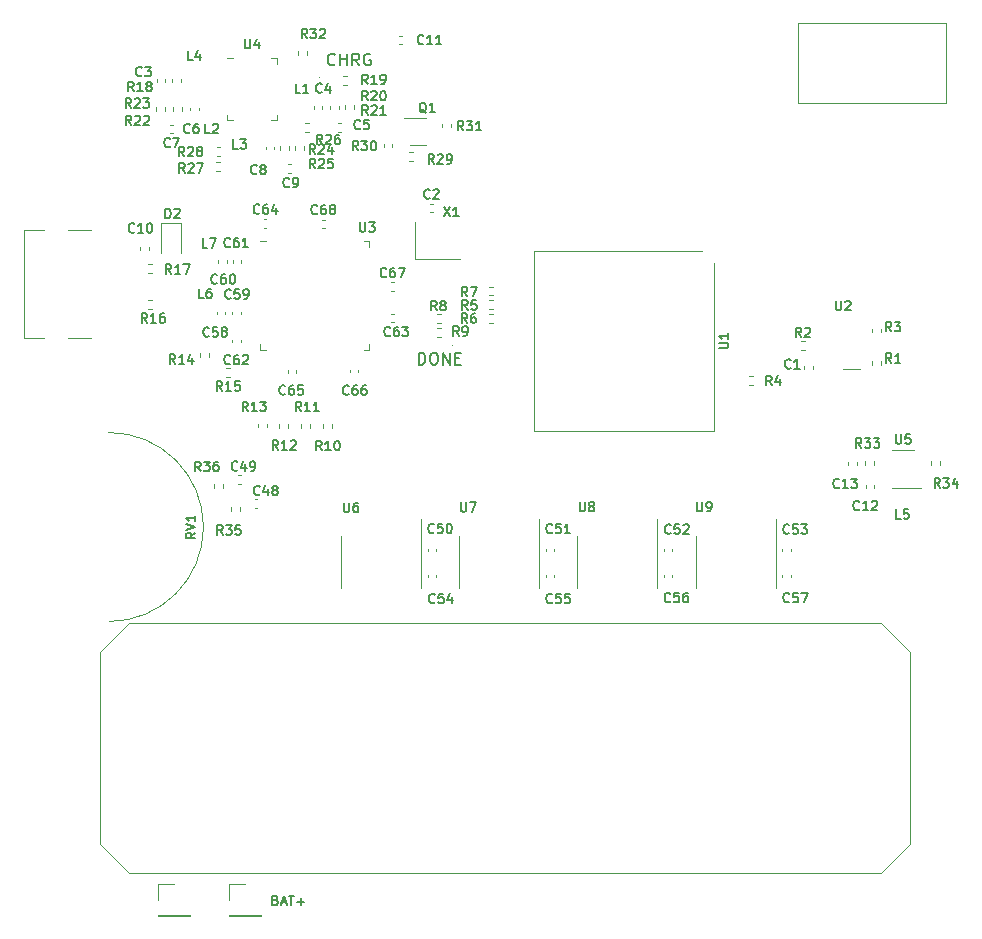
<source format=gbr>
%TF.GenerationSoftware,KiCad,Pcbnew,(5.1.10-1-10_14)*%
%TF.CreationDate,2021-07-06T16:47:45+02:00*%
%TF.ProjectId,gb-fpga,67622d66-7067-4612-9e6b-696361645f70,rev?*%
%TF.SameCoordinates,Original*%
%TF.FileFunction,Legend,Top*%
%TF.FilePolarity,Positive*%
%FSLAX46Y46*%
G04 Gerber Fmt 4.6, Leading zero omitted, Abs format (unit mm)*
G04 Created by KiCad (PCBNEW (5.1.10-1-10_14)) date 2021-07-06 16:47:45*
%MOMM*%
%LPD*%
G01*
G04 APERTURE LIST*
%ADD10C,0.150000*%
%ADD11C,0.120000*%
%ADD12C,0.100000*%
G04 APERTURE END LIST*
D10*
X32725595Y48347619D02*
X32725595Y49347619D01*
X32963690Y49347619D01*
X33106547Y49300000D01*
X33201785Y49204761D01*
X33249404Y49109523D01*
X33297023Y48919047D01*
X33297023Y48776190D01*
X33249404Y48585714D01*
X33201785Y48490476D01*
X33106547Y48395238D01*
X32963690Y48347619D01*
X32725595Y48347619D01*
X33916071Y49347619D02*
X34106547Y49347619D01*
X34201785Y49300000D01*
X34297023Y49204761D01*
X34344642Y49014285D01*
X34344642Y48680952D01*
X34297023Y48490476D01*
X34201785Y48395238D01*
X34106547Y48347619D01*
X33916071Y48347619D01*
X33820833Y48395238D01*
X33725595Y48490476D01*
X33677976Y48680952D01*
X33677976Y49014285D01*
X33725595Y49204761D01*
X33820833Y49300000D01*
X33916071Y49347619D01*
X34773214Y48347619D02*
X34773214Y49347619D01*
X35344642Y48347619D01*
X35344642Y49347619D01*
X35820833Y48871428D02*
X36154166Y48871428D01*
X36297023Y48347619D02*
X35820833Y48347619D01*
X35820833Y49347619D01*
X36297023Y49347619D01*
X25637023Y73772857D02*
X25589404Y73725238D01*
X25446547Y73677619D01*
X25351309Y73677619D01*
X25208452Y73725238D01*
X25113214Y73820476D01*
X25065595Y73915714D01*
X25017976Y74106190D01*
X25017976Y74249047D01*
X25065595Y74439523D01*
X25113214Y74534761D01*
X25208452Y74630000D01*
X25351309Y74677619D01*
X25446547Y74677619D01*
X25589404Y74630000D01*
X25637023Y74582380D01*
X26065595Y73677619D02*
X26065595Y74677619D01*
X26065595Y74201428D02*
X26637023Y74201428D01*
X26637023Y73677619D02*
X26637023Y74677619D01*
X27684642Y73677619D02*
X27351309Y74153809D01*
X27113214Y73677619D02*
X27113214Y74677619D01*
X27494166Y74677619D01*
X27589404Y74630000D01*
X27637023Y74582380D01*
X27684642Y74487142D01*
X27684642Y74344285D01*
X27637023Y74249047D01*
X27589404Y74201428D01*
X27494166Y74153809D01*
X27113214Y74153809D01*
X28637023Y74630000D02*
X28541785Y74677619D01*
X28398928Y74677619D01*
X28256071Y74630000D01*
X28160833Y74534761D01*
X28113214Y74439523D01*
X28065595Y74249047D01*
X28065595Y74106190D01*
X28113214Y73915714D01*
X28160833Y73820476D01*
X28256071Y73725238D01*
X28398928Y73677619D01*
X28494166Y73677619D01*
X28637023Y73725238D01*
X28684642Y73772857D01*
X28684642Y74106190D01*
X28494166Y74106190D01*
X20604642Y2997142D02*
X20718928Y2959047D01*
X20757023Y2920952D01*
X20795119Y2844761D01*
X20795119Y2730476D01*
X20757023Y2654285D01*
X20718928Y2616190D01*
X20642738Y2578095D01*
X20337976Y2578095D01*
X20337976Y3378095D01*
X20604642Y3378095D01*
X20680833Y3340000D01*
X20718928Y3301904D01*
X20757023Y3225714D01*
X20757023Y3149523D01*
X20718928Y3073333D01*
X20680833Y3035238D01*
X20604642Y2997142D01*
X20337976Y2997142D01*
X21099880Y2806666D02*
X21480833Y2806666D01*
X21023690Y2578095D02*
X21290357Y3378095D01*
X21557023Y2578095D01*
X21709404Y3378095D02*
X22166547Y3378095D01*
X21937976Y2578095D02*
X21937976Y3378095D01*
X22433214Y2882857D02*
X23042738Y2882857D01*
X22737976Y2578095D02*
X22737976Y3187619D01*
D11*
%TO.C,RV1*%
X6500000Y42600000D02*
G75*
G02*
X6500000Y26600000I0J-8000000D01*
G01*
%TO.C,SW1*%
X64800000Y77300000D02*
X64800000Y70500000D01*
X77400000Y77300000D02*
X77400000Y70500000D01*
X64800000Y77300000D02*
X77400000Y77300000D01*
X64800000Y70500000D02*
X77400000Y70500000D01*
%TO.C,U2*%
X70100000Y47990000D02*
X68610000Y47990000D01*
%TO.C,J2*%
X40025000Y5300000D02*
X71825000Y5300000D01*
X40025000Y5300000D02*
X8225000Y5300000D01*
X5725000Y7800000D02*
X5725000Y24000000D01*
X74325000Y7800000D02*
X74325000Y24000000D01*
X71825000Y26500000D02*
X8225000Y26500000D01*
X5725000Y24000000D02*
X8225000Y26500000D01*
X71825000Y26500000D02*
X74325000Y24000000D01*
X74325000Y7800000D02*
X71825000Y5300000D01*
X8225000Y5300000D02*
X5725000Y7800000D01*
%TO.C,U1*%
X42465000Y57960000D02*
X56685000Y57960000D01*
X42465000Y42740000D02*
X42465000Y57960000D01*
X57685000Y42740000D02*
X42465000Y42740000D01*
X57685000Y56960000D02*
X57685000Y42740000D01*
%TO.C,U3*%
X19790000Y58805000D02*
X19315000Y58805000D01*
X28535000Y49585000D02*
X28535000Y50060000D01*
X28060000Y49585000D02*
X28535000Y49585000D01*
X19315000Y49585000D02*
X19315000Y50060000D01*
X19790000Y49585000D02*
X19315000Y49585000D01*
X28535000Y58805000D02*
X28535000Y58330000D01*
X28060000Y58805000D02*
X28535000Y58805000D01*
%TO.C,J1*%
X-685000Y50620000D02*
X-685000Y59780000D01*
X-685000Y59780000D02*
X1020000Y59780000D01*
X1020000Y50620000D02*
X-685000Y50620000D01*
X3030000Y50620000D02*
X4950000Y50620000D01*
X4950000Y59780000D02*
X3030000Y59780000D01*
%TO.C,X1*%
X32425000Y60430000D02*
X32425000Y57280000D01*
X32425000Y57280000D02*
X36225000Y57280000D01*
%TO.C,U4*%
X20255001Y74264999D02*
X20730001Y74264999D01*
X20730001Y74264999D02*
X20730001Y73789999D01*
X16985001Y69044999D02*
X16510001Y69044999D01*
X16510001Y69044999D02*
X16510001Y69519999D01*
X20255001Y69044999D02*
X20730001Y69044999D01*
X20730001Y69044999D02*
X20730001Y69519999D01*
X16985001Y74264999D02*
X16510001Y74264999D01*
%TO.C,D2*%
X12620000Y60350000D02*
X12620000Y57800000D01*
X10920000Y60350000D02*
X10920000Y57800000D01*
X12620000Y60350000D02*
X10920000Y60350000D01*
%TO.C,J3*%
X16670000Y4330000D02*
X18000000Y4330000D01*
X16670000Y3000000D02*
X16670000Y4330000D01*
X16670000Y1730000D02*
X19330000Y1730000D01*
X19330000Y1730000D02*
X19330000Y1670000D01*
X16670000Y1730000D02*
X16670000Y1670000D01*
X16670000Y1670000D02*
X19330000Y1670000D01*
%TO.C,J4*%
X10670000Y1670000D02*
X13330000Y1670000D01*
X10670000Y1730000D02*
X10670000Y1670000D01*
X13330000Y1730000D02*
X13330000Y1670000D01*
X10670000Y1730000D02*
X13330000Y1730000D01*
X10670000Y3000000D02*
X10670000Y4330000D01*
X10670000Y4330000D02*
X12000000Y4330000D01*
%TO.C,Q1*%
X31975000Y66915000D02*
X33375000Y66915000D01*
X33375000Y69235000D02*
X31475000Y69235000D01*
%TO.C,C1*%
X66095000Y48232836D02*
X66095000Y48017164D01*
X65375000Y48232836D02*
X65375000Y48017164D01*
%TO.C,C2*%
X33682164Y61240000D02*
X33897836Y61240000D01*
X33682164Y61960000D02*
X33897836Y61960000D01*
%TO.C,C3*%
X10535000Y72497836D02*
X10535000Y72282164D01*
X11255000Y72497836D02*
X11255000Y72282164D01*
%TO.C,C4*%
X23845000Y69992164D02*
X23845000Y70207836D01*
X24565000Y69992164D02*
X24565000Y70207836D01*
%TO.C,C5*%
X25932164Y68065000D02*
X26147836Y68065000D01*
X25932164Y68785000D02*
X26147836Y68785000D01*
%TO.C,C6*%
X13365000Y69867164D02*
X13365000Y70082836D01*
X14085000Y69867164D02*
X14085000Y70082836D01*
%TO.C,C7*%
X11907836Y68635000D02*
X11692164Y68635000D01*
X11907836Y67915000D02*
X11692164Y67915000D01*
%TO.C,C8*%
X20485000Y66577164D02*
X20485000Y66792836D01*
X19765000Y66577164D02*
X19765000Y66792836D01*
%TO.C,C9*%
X21692164Y65320000D02*
X21907836Y65320000D01*
X21692164Y64600000D02*
X21907836Y64600000D01*
%TO.C,C10*%
X9130000Y58082164D02*
X9130000Y58297836D01*
X9850000Y58082164D02*
X9850000Y58297836D01*
%TO.C,C11*%
X31297836Y76190000D02*
X31082164Y76190000D01*
X31297836Y75470000D02*
X31082164Y75470000D01*
D12*
%TO.C,D1*%
X35595000Y49990000D02*
G75*
G03*
X35595000Y49990000I-50000J0D01*
G01*
D11*
%TO.C,R1*%
X71890000Y48653641D02*
X71890000Y48346359D01*
X71130000Y48653641D02*
X71130000Y48346359D01*
%TO.C,R2*%
X65438641Y50330000D02*
X65131359Y50330000D01*
X65438641Y49570000D02*
X65131359Y49570000D01*
%TO.C,R3*%
X71130000Y51071359D02*
X71130000Y51378641D01*
X71890000Y51071359D02*
X71890000Y51378641D01*
%TO.C,R4*%
X60696359Y46620000D02*
X61003641Y46620000D01*
X60696359Y47380000D02*
X61003641Y47380000D01*
%TO.C,R5*%
X38973641Y53030000D02*
X38666359Y53030000D01*
X38973641Y53790000D02*
X38666359Y53790000D01*
%TO.C,R6*%
X38973641Y52670000D02*
X38666359Y52670000D01*
X38973641Y51910000D02*
X38666359Y51910000D01*
%TO.C,R7*%
X38983641Y54200000D02*
X38676359Y54200000D01*
X38983641Y54960000D02*
X38676359Y54960000D01*
%TO.C,R8*%
X34583641Y51860000D02*
X34276359Y51860000D01*
X34583641Y52620000D02*
X34276359Y52620000D01*
%TO.C,R9*%
X34301359Y51470000D02*
X34608641Y51470000D01*
X34301359Y50710000D02*
X34608641Y50710000D01*
%TO.C,R10*%
X24630000Y43016359D02*
X24630000Y43323641D01*
X25390000Y43016359D02*
X25390000Y43323641D01*
%TO.C,R11*%
X23520000Y43016359D02*
X23520000Y43323641D01*
X22760000Y43016359D02*
X22760000Y43323641D01*
%TO.C,R12*%
X20910000Y43006359D02*
X20910000Y43313641D01*
X21670000Y43006359D02*
X21670000Y43313641D01*
%TO.C,R13*%
X19840000Y43026359D02*
X19840000Y43333641D01*
X19080000Y43026359D02*
X19080000Y43333641D01*
%TO.C,R14*%
X14980000Y49323641D02*
X14980000Y49016359D01*
X14220000Y49323641D02*
X14220000Y49016359D01*
%TO.C,R15*%
X16743641Y48040000D02*
X16436359Y48040000D01*
X16743641Y47280000D02*
X16436359Y47280000D01*
%TO.C,R16*%
X9796359Y53060000D02*
X10103641Y53060000D01*
X9796359Y53820000D02*
X10103641Y53820000D01*
%TO.C,R17*%
X9806359Y56830000D02*
X10113641Y56830000D01*
X9806359Y56070000D02*
X10113641Y56070000D01*
%TO.C,R18*%
X12625000Y72543641D02*
X12625000Y72236359D01*
X11865000Y72543641D02*
X11865000Y72236359D01*
%TO.C,R19*%
X26326359Y72770000D02*
X26633641Y72770000D01*
X26326359Y72010000D02*
X26633641Y72010000D01*
%TO.C,R20*%
X25935000Y69971359D02*
X25935000Y70278641D01*
X25175000Y69971359D02*
X25175000Y70278641D01*
%TO.C,R21*%
X26525000Y69996359D02*
X26525000Y70303641D01*
X27285000Y69996359D02*
X27285000Y70303641D01*
%TO.C,R22*%
X12655000Y69821359D02*
X12655000Y70128641D01*
X11895000Y69821359D02*
X11895000Y70128641D01*
%TO.C,R23*%
X10495000Y69846359D02*
X10495000Y70153641D01*
X11255000Y69846359D02*
X11255000Y70153641D01*
%TO.C,R24*%
X21705000Y66531359D02*
X21705000Y66838641D01*
X20945000Y66531359D02*
X20945000Y66838641D01*
%TO.C,R25*%
X22980000Y66531359D02*
X22980000Y66838641D01*
X22220000Y66531359D02*
X22220000Y66838641D01*
%TO.C,R26*%
X23126359Y68790000D02*
X23433641Y68790000D01*
X23126359Y68030000D02*
X23433641Y68030000D01*
%TO.C,R27*%
X15596359Y64715000D02*
X15903641Y64715000D01*
X15596359Y65475000D02*
X15903641Y65475000D01*
%TO.C,R28*%
X15928641Y66775000D02*
X15621359Y66775000D01*
X15928641Y66015000D02*
X15621359Y66015000D01*
%TO.C,R29*%
X31896359Y65595000D02*
X32203641Y65595000D01*
X31896359Y66355000D02*
X32203641Y66355000D01*
%TO.C,R30*%
X29745000Y66746359D02*
X29745000Y67053641D01*
X30505000Y66746359D02*
X30505000Y67053641D01*
%TO.C,R31*%
X34720000Y68743641D02*
X34720000Y68436359D01*
X35480000Y68743641D02*
X35480000Y68436359D01*
D12*
%TO.C,D3*%
X24290000Y72660000D02*
G75*
G03*
X24290000Y72660000I-50000J0D01*
G01*
D11*
%TO.C,R32*%
X22515000Y74883641D02*
X22515000Y74576359D01*
X23275000Y74883641D02*
X23275000Y74576359D01*
%TO.C,C12*%
X71295000Y38147836D02*
X71295000Y37932164D01*
X70575000Y38147836D02*
X70575000Y37932164D01*
%TO.C,C13*%
X69830000Y39882164D02*
X69830000Y40097836D01*
X69110000Y39882164D02*
X69110000Y40097836D01*
%TO.C,R33*%
X71300000Y39856359D02*
X71300000Y40163641D01*
X70540000Y39856359D02*
X70540000Y40163641D01*
%TO.C,R34*%
X76855000Y40153641D02*
X76855000Y39846359D01*
X76095000Y40153641D02*
X76095000Y39846359D01*
%TO.C,U5*%
X74625001Y41109999D02*
X72825001Y41109999D01*
X72825001Y37889999D02*
X75275001Y37889999D01*
%TO.C,U6*%
X26165000Y31650000D02*
X26165000Y29450000D01*
X26165000Y31650000D02*
X26165000Y33850000D01*
X32935000Y31650000D02*
X32935000Y29450000D01*
X32935000Y31650000D02*
X32935000Y35250000D01*
%TO.C,U7*%
X42935000Y31650000D02*
X42935000Y35250000D01*
X42935000Y31650000D02*
X42935000Y29450000D01*
X36165000Y31650000D02*
X36165000Y33850000D01*
X36165000Y31650000D02*
X36165000Y29450000D01*
%TO.C,U8*%
X46165000Y31650000D02*
X46165000Y29450000D01*
X46165000Y31650000D02*
X46165000Y33850000D01*
X52935000Y31650000D02*
X52935000Y29450000D01*
X52935000Y31650000D02*
X52935000Y35250000D01*
%TO.C,U9*%
X62935000Y31650000D02*
X62935000Y35250000D01*
X62935000Y31650000D02*
X62935000Y29450000D01*
X56165000Y31650000D02*
X56165000Y33850000D01*
X56165000Y31650000D02*
X56165000Y29450000D01*
%TO.C,C48*%
X18832164Y36960000D02*
X19047836Y36960000D01*
X18832164Y36240000D02*
X19047836Y36240000D01*
%TO.C,C49*%
X17452164Y38240000D02*
X17667836Y38240000D01*
X17452164Y38960000D02*
X17667836Y38960000D01*
%TO.C,R35*%
X16860000Y35946359D02*
X16860000Y36253641D01*
X17620000Y35946359D02*
X17620000Y36253641D01*
%TO.C,R36*%
X16120000Y37936359D02*
X16120000Y38243641D01*
X15360000Y37936359D02*
X15360000Y38243641D01*
%TO.C,C50*%
X33490000Y32757836D02*
X33490000Y32542164D01*
X34210000Y32757836D02*
X34210000Y32542164D01*
%TO.C,C51*%
X44210000Y32757836D02*
X44210000Y32542164D01*
X43490000Y32757836D02*
X43490000Y32542164D01*
%TO.C,C52*%
X53490000Y32757836D02*
X53490000Y32542164D01*
X54210000Y32757836D02*
X54210000Y32542164D01*
%TO.C,C53*%
X64210000Y32757836D02*
X64210000Y32542164D01*
X63490000Y32757836D02*
X63490000Y32542164D01*
%TO.C,C54*%
X34210000Y30342164D02*
X34210000Y30557836D01*
X33490000Y30342164D02*
X33490000Y30557836D01*
%TO.C,C55*%
X43490000Y30342164D02*
X43490000Y30557836D01*
X44210000Y30342164D02*
X44210000Y30557836D01*
%TO.C,C56*%
X54210000Y30342164D02*
X54210000Y30557836D01*
X53490000Y30342164D02*
X53490000Y30557836D01*
%TO.C,C57*%
X63490000Y30342164D02*
X63490000Y30557836D01*
X64210000Y30342164D02*
X64210000Y30557836D01*
%TO.C,C58*%
X16335000Y52827836D02*
X16335000Y52612164D01*
X15615000Y52827836D02*
X15615000Y52612164D01*
%TO.C,C59*%
X16940000Y52827836D02*
X16940000Y52612164D01*
X17660000Y52827836D02*
X17660000Y52612164D01*
%TO.C,C60*%
X15750000Y56962164D02*
X15750000Y57177836D01*
X16470000Y56962164D02*
X16470000Y57177836D01*
%TO.C,C61*%
X17720000Y56962164D02*
X17720000Y57177836D01*
X17000000Y56962164D02*
X17000000Y57177836D01*
%TO.C,C62*%
X17660000Y50452836D02*
X17660000Y50237164D01*
X16940000Y50452836D02*
X16940000Y50237164D01*
%TO.C,C63*%
X30402164Y51940000D02*
X30617836Y51940000D01*
X30402164Y52660000D02*
X30617836Y52660000D01*
%TO.C,C64*%
X19807836Y59935000D02*
X19592164Y59935000D01*
X19807836Y60655000D02*
X19592164Y60655000D01*
%TO.C,C65*%
X21630000Y47887836D02*
X21630000Y47672164D01*
X22350000Y47887836D02*
X22350000Y47672164D01*
%TO.C,C66*%
X27585000Y47927836D02*
X27585000Y47712164D01*
X26865000Y47927836D02*
X26865000Y47712164D01*
%TO.C,C67*%
X30392164Y54585000D02*
X30607836Y54585000D01*
X30392164Y55305000D02*
X30607836Y55305000D01*
%TO.C,C68*%
X24542164Y60630000D02*
X24757836Y60630000D01*
X24542164Y59910000D02*
X24757836Y59910000D01*
%TO.C,RV1*%
D10*
X13821904Y34113809D02*
X13440952Y33847142D01*
X13821904Y33656666D02*
X13021904Y33656666D01*
X13021904Y33961428D01*
X13060000Y34037619D01*
X13098095Y34075714D01*
X13174285Y34113809D01*
X13288571Y34113809D01*
X13364761Y34075714D01*
X13402857Y34037619D01*
X13440952Y33961428D01*
X13440952Y33656666D01*
X13021904Y34342380D02*
X13821904Y34609047D01*
X13021904Y34875714D01*
X13821904Y35561428D02*
X13821904Y35104285D01*
X13821904Y35332857D02*
X13021904Y35332857D01*
X13136190Y35256666D01*
X13212380Y35180476D01*
X13250476Y35104285D01*
%TO.C,U2*%
X68025476Y53738095D02*
X68025476Y53090476D01*
X68063571Y53014285D01*
X68101666Y52976190D01*
X68177857Y52938095D01*
X68330238Y52938095D01*
X68406428Y52976190D01*
X68444523Y53014285D01*
X68482619Y53090476D01*
X68482619Y53738095D01*
X68825476Y53661904D02*
X68863571Y53700000D01*
X68939761Y53738095D01*
X69130238Y53738095D01*
X69206428Y53700000D01*
X69244523Y53661904D01*
X69282619Y53585714D01*
X69282619Y53509523D01*
X69244523Y53395238D01*
X68787380Y52938095D01*
X69282619Y52938095D01*
%TO.C,U1*%
X58136904Y49740476D02*
X58784523Y49740476D01*
X58860714Y49778571D01*
X58898809Y49816666D01*
X58936904Y49892857D01*
X58936904Y50045238D01*
X58898809Y50121428D01*
X58860714Y50159523D01*
X58784523Y50197619D01*
X58136904Y50197619D01*
X58936904Y50997619D02*
X58936904Y50540476D01*
X58936904Y50769047D02*
X58136904Y50769047D01*
X58251190Y50692857D01*
X58327380Y50616666D01*
X58365476Y50540476D01*
%TO.C,U3*%
X27740476Y60383095D02*
X27740476Y59735476D01*
X27778571Y59659285D01*
X27816666Y59621190D01*
X27892857Y59583095D01*
X28045238Y59583095D01*
X28121428Y59621190D01*
X28159523Y59659285D01*
X28197619Y59735476D01*
X28197619Y60383095D01*
X28502380Y60383095D02*
X28997619Y60383095D01*
X28730952Y60078333D01*
X28845238Y60078333D01*
X28921428Y60040238D01*
X28959523Y60002142D01*
X28997619Y59925952D01*
X28997619Y59735476D01*
X28959523Y59659285D01*
X28921428Y59621190D01*
X28845238Y59583095D01*
X28616666Y59583095D01*
X28540476Y59621190D01*
X28502380Y59659285D01*
%TO.C,X1*%
X34852380Y61693095D02*
X35385714Y60893095D01*
X35385714Y61693095D02*
X34852380Y60893095D01*
X36109523Y60893095D02*
X35652380Y60893095D01*
X35880952Y60893095D02*
X35880952Y61693095D01*
X35804761Y61578809D01*
X35728571Y61502619D01*
X35652380Y61464523D01*
%TO.C,U4*%
X18010477Y75913094D02*
X18010477Y75265475D01*
X18048572Y75189284D01*
X18086667Y75151189D01*
X18162858Y75113094D01*
X18315239Y75113094D01*
X18391429Y75151189D01*
X18429524Y75189284D01*
X18467620Y75265475D01*
X18467620Y75913094D01*
X19191429Y75646427D02*
X19191429Y75113094D01*
X19000953Y75951189D02*
X18810477Y75379760D01*
X19305715Y75379760D01*
%TO.C,D2*%
X11279523Y60763095D02*
X11279523Y61563095D01*
X11470000Y61563095D01*
X11584285Y61525000D01*
X11660476Y61448809D01*
X11698571Y61372619D01*
X11736666Y61220238D01*
X11736666Y61105952D01*
X11698571Y60953571D01*
X11660476Y60877380D01*
X11584285Y60801190D01*
X11470000Y60763095D01*
X11279523Y60763095D01*
X12041428Y61486904D02*
X12079523Y61525000D01*
X12155714Y61563095D01*
X12346190Y61563095D01*
X12422380Y61525000D01*
X12460476Y61486904D01*
X12498571Y61410714D01*
X12498571Y61334523D01*
X12460476Y61220238D01*
X12003333Y60763095D01*
X12498571Y60763095D01*
%TO.C,Q1*%
X33373809Y69661904D02*
X33297619Y69700000D01*
X33221428Y69776190D01*
X33107142Y69890476D01*
X33030952Y69928571D01*
X32954761Y69928571D01*
X32992857Y69738095D02*
X32916666Y69776190D01*
X32840476Y69852380D01*
X32802380Y70004761D01*
X32802380Y70271428D01*
X32840476Y70423809D01*
X32916666Y70500000D01*
X32992857Y70538095D01*
X33145238Y70538095D01*
X33221428Y70500000D01*
X33297619Y70423809D01*
X33335714Y70271428D01*
X33335714Y70004761D01*
X33297619Y69852380D01*
X33221428Y69776190D01*
X33145238Y69738095D01*
X32992857Y69738095D01*
X34097619Y69738095D02*
X33640476Y69738095D01*
X33869047Y69738095D02*
X33869047Y70538095D01*
X33792857Y70423809D01*
X33716666Y70347619D01*
X33640476Y70309523D01*
%TO.C,C1*%
X64226666Y48089285D02*
X64188571Y48051190D01*
X64074285Y48013095D01*
X63998095Y48013095D01*
X63883809Y48051190D01*
X63807619Y48127380D01*
X63769523Y48203571D01*
X63731428Y48355952D01*
X63731428Y48470238D01*
X63769523Y48622619D01*
X63807619Y48698809D01*
X63883809Y48775000D01*
X63998095Y48813095D01*
X64074285Y48813095D01*
X64188571Y48775000D01*
X64226666Y48736904D01*
X64988571Y48013095D02*
X64531428Y48013095D01*
X64760000Y48013095D02*
X64760000Y48813095D01*
X64683809Y48698809D01*
X64607619Y48622619D01*
X64531428Y48584523D01*
%TO.C,C2*%
X33656666Y62474285D02*
X33618571Y62436190D01*
X33504285Y62398095D01*
X33428095Y62398095D01*
X33313809Y62436190D01*
X33237619Y62512380D01*
X33199523Y62588571D01*
X33161428Y62740952D01*
X33161428Y62855238D01*
X33199523Y63007619D01*
X33237619Y63083809D01*
X33313809Y63160000D01*
X33428095Y63198095D01*
X33504285Y63198095D01*
X33618571Y63160000D01*
X33656666Y63121904D01*
X33961428Y63121904D02*
X33999523Y63160000D01*
X34075714Y63198095D01*
X34266190Y63198095D01*
X34342380Y63160000D01*
X34380476Y63121904D01*
X34418571Y63045714D01*
X34418571Y62969523D01*
X34380476Y62855238D01*
X33923333Y62398095D01*
X34418571Y62398095D01*
%TO.C,C3*%
X9286666Y72829285D02*
X9248571Y72791190D01*
X9134285Y72753095D01*
X9058095Y72753095D01*
X8943809Y72791190D01*
X8867619Y72867380D01*
X8829523Y72943571D01*
X8791428Y73095952D01*
X8791428Y73210238D01*
X8829523Y73362619D01*
X8867619Y73438809D01*
X8943809Y73515000D01*
X9058095Y73553095D01*
X9134285Y73553095D01*
X9248571Y73515000D01*
X9286666Y73476904D01*
X9553333Y73553095D02*
X10048571Y73553095D01*
X9781904Y73248333D01*
X9896190Y73248333D01*
X9972380Y73210238D01*
X10010476Y73172142D01*
X10048571Y73095952D01*
X10048571Y72905476D01*
X10010476Y72829285D01*
X9972380Y72791190D01*
X9896190Y72753095D01*
X9667619Y72753095D01*
X9591428Y72791190D01*
X9553333Y72829285D01*
%TO.C,C4*%
X24521666Y71439285D02*
X24483571Y71401190D01*
X24369285Y71363095D01*
X24293095Y71363095D01*
X24178809Y71401190D01*
X24102619Y71477380D01*
X24064523Y71553571D01*
X24026428Y71705952D01*
X24026428Y71820238D01*
X24064523Y71972619D01*
X24102619Y72048809D01*
X24178809Y72125000D01*
X24293095Y72163095D01*
X24369285Y72163095D01*
X24483571Y72125000D01*
X24521666Y72086904D01*
X25207380Y71896428D02*
X25207380Y71363095D01*
X25016904Y72201190D02*
X24826428Y71629761D01*
X25321666Y71629761D01*
%TO.C,C5*%
X27781666Y68364285D02*
X27743571Y68326190D01*
X27629285Y68288095D01*
X27553095Y68288095D01*
X27438809Y68326190D01*
X27362619Y68402380D01*
X27324523Y68478571D01*
X27286428Y68630952D01*
X27286428Y68745238D01*
X27324523Y68897619D01*
X27362619Y68973809D01*
X27438809Y69050000D01*
X27553095Y69088095D01*
X27629285Y69088095D01*
X27743571Y69050000D01*
X27781666Y69011904D01*
X28505476Y69088095D02*
X28124523Y69088095D01*
X28086428Y68707142D01*
X28124523Y68745238D01*
X28200714Y68783333D01*
X28391190Y68783333D01*
X28467380Y68745238D01*
X28505476Y68707142D01*
X28543571Y68630952D01*
X28543571Y68440476D01*
X28505476Y68364285D01*
X28467380Y68326190D01*
X28391190Y68288095D01*
X28200714Y68288095D01*
X28124523Y68326190D01*
X28086428Y68364285D01*
%TO.C,C6*%
X13341666Y68014285D02*
X13303571Y67976190D01*
X13189285Y67938095D01*
X13113095Y67938095D01*
X12998809Y67976190D01*
X12922619Y68052380D01*
X12884523Y68128571D01*
X12846428Y68280952D01*
X12846428Y68395238D01*
X12884523Y68547619D01*
X12922619Y68623809D01*
X12998809Y68700000D01*
X13113095Y68738095D01*
X13189285Y68738095D01*
X13303571Y68700000D01*
X13341666Y68661904D01*
X14027380Y68738095D02*
X13875000Y68738095D01*
X13798809Y68700000D01*
X13760714Y68661904D01*
X13684523Y68547619D01*
X13646428Y68395238D01*
X13646428Y68090476D01*
X13684523Y68014285D01*
X13722619Y67976190D01*
X13798809Y67938095D01*
X13951190Y67938095D01*
X14027380Y67976190D01*
X14065476Y68014285D01*
X14103571Y68090476D01*
X14103571Y68280952D01*
X14065476Y68357142D01*
X14027380Y68395238D01*
X13951190Y68433333D01*
X13798809Y68433333D01*
X13722619Y68395238D01*
X13684523Y68357142D01*
X13646428Y68280952D01*
%TO.C,C7*%
X11666666Y66829285D02*
X11628571Y66791190D01*
X11514285Y66753095D01*
X11438095Y66753095D01*
X11323809Y66791190D01*
X11247619Y66867380D01*
X11209523Y66943571D01*
X11171428Y67095952D01*
X11171428Y67210238D01*
X11209523Y67362619D01*
X11247619Y67438809D01*
X11323809Y67515000D01*
X11438095Y67553095D01*
X11514285Y67553095D01*
X11628571Y67515000D01*
X11666666Y67476904D01*
X11933333Y67553095D02*
X12466666Y67553095D01*
X12123809Y66753095D01*
%TO.C,C8*%
X19016666Y64549285D02*
X18978571Y64511190D01*
X18864285Y64473095D01*
X18788095Y64473095D01*
X18673809Y64511190D01*
X18597619Y64587380D01*
X18559523Y64663571D01*
X18521428Y64815952D01*
X18521428Y64930238D01*
X18559523Y65082619D01*
X18597619Y65158809D01*
X18673809Y65235000D01*
X18788095Y65273095D01*
X18864285Y65273095D01*
X18978571Y65235000D01*
X19016666Y65196904D01*
X19473809Y64930238D02*
X19397619Y64968333D01*
X19359523Y65006428D01*
X19321428Y65082619D01*
X19321428Y65120714D01*
X19359523Y65196904D01*
X19397619Y65235000D01*
X19473809Y65273095D01*
X19626190Y65273095D01*
X19702380Y65235000D01*
X19740476Y65196904D01*
X19778571Y65120714D01*
X19778571Y65082619D01*
X19740476Y65006428D01*
X19702380Y64968333D01*
X19626190Y64930238D01*
X19473809Y64930238D01*
X19397619Y64892142D01*
X19359523Y64854047D01*
X19321428Y64777857D01*
X19321428Y64625476D01*
X19359523Y64549285D01*
X19397619Y64511190D01*
X19473809Y64473095D01*
X19626190Y64473095D01*
X19702380Y64511190D01*
X19740476Y64549285D01*
X19778571Y64625476D01*
X19778571Y64777857D01*
X19740476Y64854047D01*
X19702380Y64892142D01*
X19626190Y64930238D01*
%TO.C,C9*%
X21741666Y63449285D02*
X21703571Y63411190D01*
X21589285Y63373095D01*
X21513095Y63373095D01*
X21398809Y63411190D01*
X21322619Y63487380D01*
X21284523Y63563571D01*
X21246428Y63715952D01*
X21246428Y63830238D01*
X21284523Y63982619D01*
X21322619Y64058809D01*
X21398809Y64135000D01*
X21513095Y64173095D01*
X21589285Y64173095D01*
X21703571Y64135000D01*
X21741666Y64096904D01*
X22122619Y63373095D02*
X22275000Y63373095D01*
X22351190Y63411190D01*
X22389285Y63449285D01*
X22465476Y63563571D01*
X22503571Y63715952D01*
X22503571Y64020714D01*
X22465476Y64096904D01*
X22427380Y64135000D01*
X22351190Y64173095D01*
X22198809Y64173095D01*
X22122619Y64135000D01*
X22084523Y64096904D01*
X22046428Y64020714D01*
X22046428Y63830238D01*
X22084523Y63754047D01*
X22122619Y63715952D01*
X22198809Y63677857D01*
X22351190Y63677857D01*
X22427380Y63715952D01*
X22465476Y63754047D01*
X22503571Y63830238D01*
%TO.C,C10*%
X8650714Y59604285D02*
X8612619Y59566190D01*
X8498333Y59528095D01*
X8422142Y59528095D01*
X8307857Y59566190D01*
X8231666Y59642380D01*
X8193571Y59718571D01*
X8155476Y59870952D01*
X8155476Y59985238D01*
X8193571Y60137619D01*
X8231666Y60213809D01*
X8307857Y60290000D01*
X8422142Y60328095D01*
X8498333Y60328095D01*
X8612619Y60290000D01*
X8650714Y60251904D01*
X9412619Y59528095D02*
X8955476Y59528095D01*
X9184047Y59528095D02*
X9184047Y60328095D01*
X9107857Y60213809D01*
X9031666Y60137619D01*
X8955476Y60099523D01*
X9907857Y60328095D02*
X9984047Y60328095D01*
X10060238Y60290000D01*
X10098333Y60251904D01*
X10136428Y60175714D01*
X10174523Y60023333D01*
X10174523Y59832857D01*
X10136428Y59680476D01*
X10098333Y59604285D01*
X10060238Y59566190D01*
X9984047Y59528095D01*
X9907857Y59528095D01*
X9831666Y59566190D01*
X9793571Y59604285D01*
X9755476Y59680476D01*
X9717380Y59832857D01*
X9717380Y60023333D01*
X9755476Y60175714D01*
X9793571Y60251904D01*
X9831666Y60290000D01*
X9907857Y60328095D01*
%TO.C,C11*%
X33125714Y75534285D02*
X33087619Y75496190D01*
X32973333Y75458095D01*
X32897142Y75458095D01*
X32782857Y75496190D01*
X32706666Y75572380D01*
X32668571Y75648571D01*
X32630476Y75800952D01*
X32630476Y75915238D01*
X32668571Y76067619D01*
X32706666Y76143809D01*
X32782857Y76220000D01*
X32897142Y76258095D01*
X32973333Y76258095D01*
X33087619Y76220000D01*
X33125714Y76181904D01*
X33887619Y75458095D02*
X33430476Y75458095D01*
X33659047Y75458095D02*
X33659047Y76258095D01*
X33582857Y76143809D01*
X33506666Y76067619D01*
X33430476Y76029523D01*
X34649523Y75458095D02*
X34192380Y75458095D01*
X34420952Y75458095D02*
X34420952Y76258095D01*
X34344761Y76143809D01*
X34268571Y76067619D01*
X34192380Y76029523D01*
%TO.C,L1*%
X22696666Y71338095D02*
X22315714Y71338095D01*
X22315714Y72138095D01*
X23382380Y71338095D02*
X22925238Y71338095D01*
X23153809Y71338095D02*
X23153809Y72138095D01*
X23077619Y72023809D01*
X23001428Y71947619D01*
X22925238Y71909523D01*
%TO.C,L2*%
X15041666Y67938095D02*
X14660714Y67938095D01*
X14660714Y68738095D01*
X15270238Y68661904D02*
X15308333Y68700000D01*
X15384523Y68738095D01*
X15575000Y68738095D01*
X15651190Y68700000D01*
X15689285Y68661904D01*
X15727380Y68585714D01*
X15727380Y68509523D01*
X15689285Y68395238D01*
X15232142Y67938095D01*
X15727380Y67938095D01*
%TO.C,L3*%
X17416666Y66623095D02*
X17035714Y66623095D01*
X17035714Y67423095D01*
X17607142Y67423095D02*
X18102380Y67423095D01*
X17835714Y67118333D01*
X17950000Y67118333D01*
X18026190Y67080238D01*
X18064285Y67042142D01*
X18102380Y66965952D01*
X18102380Y66775476D01*
X18064285Y66699285D01*
X18026190Y66661190D01*
X17950000Y66623095D01*
X17721428Y66623095D01*
X17645238Y66661190D01*
X17607142Y66699285D01*
%TO.C,L4*%
X13591666Y74113095D02*
X13210714Y74113095D01*
X13210714Y74913095D01*
X14201190Y74646428D02*
X14201190Y74113095D01*
X14010714Y74951190D02*
X13820238Y74379761D01*
X14315476Y74379761D01*
%TO.C,R1*%
X72751666Y48488095D02*
X72485000Y48869047D01*
X72294523Y48488095D02*
X72294523Y49288095D01*
X72599285Y49288095D01*
X72675476Y49250000D01*
X72713571Y49211904D01*
X72751666Y49135714D01*
X72751666Y49021428D01*
X72713571Y48945238D01*
X72675476Y48907142D01*
X72599285Y48869047D01*
X72294523Y48869047D01*
X73513571Y48488095D02*
X73056428Y48488095D01*
X73285000Y48488095D02*
X73285000Y49288095D01*
X73208809Y49173809D01*
X73132619Y49097619D01*
X73056428Y49059523D01*
%TO.C,R2*%
X65101666Y50688095D02*
X64835000Y51069047D01*
X64644523Y50688095D02*
X64644523Y51488095D01*
X64949285Y51488095D01*
X65025476Y51450000D01*
X65063571Y51411904D01*
X65101666Y51335714D01*
X65101666Y51221428D01*
X65063571Y51145238D01*
X65025476Y51107142D01*
X64949285Y51069047D01*
X64644523Y51069047D01*
X65406428Y51411904D02*
X65444523Y51450000D01*
X65520714Y51488095D01*
X65711190Y51488095D01*
X65787380Y51450000D01*
X65825476Y51411904D01*
X65863571Y51335714D01*
X65863571Y51259523D01*
X65825476Y51145238D01*
X65368333Y50688095D01*
X65863571Y50688095D01*
%TO.C,R3*%
X72751666Y51163095D02*
X72485000Y51544047D01*
X72294523Y51163095D02*
X72294523Y51963095D01*
X72599285Y51963095D01*
X72675476Y51925000D01*
X72713571Y51886904D01*
X72751666Y51810714D01*
X72751666Y51696428D01*
X72713571Y51620238D01*
X72675476Y51582142D01*
X72599285Y51544047D01*
X72294523Y51544047D01*
X73018333Y51963095D02*
X73513571Y51963095D01*
X73246904Y51658333D01*
X73361190Y51658333D01*
X73437380Y51620238D01*
X73475476Y51582142D01*
X73513571Y51505952D01*
X73513571Y51315476D01*
X73475476Y51239285D01*
X73437380Y51201190D01*
X73361190Y51163095D01*
X73132619Y51163095D01*
X73056428Y51201190D01*
X73018333Y51239285D01*
%TO.C,R4*%
X62616666Y46613095D02*
X62350000Y46994047D01*
X62159523Y46613095D02*
X62159523Y47413095D01*
X62464285Y47413095D01*
X62540476Y47375000D01*
X62578571Y47336904D01*
X62616666Y47260714D01*
X62616666Y47146428D01*
X62578571Y47070238D01*
X62540476Y47032142D01*
X62464285Y46994047D01*
X62159523Y46994047D01*
X63302380Y47146428D02*
X63302380Y46613095D01*
X63111904Y47451190D02*
X62921428Y46879761D01*
X63416666Y46879761D01*
%TO.C,R5*%
X36861666Y52998095D02*
X36595000Y53379047D01*
X36404523Y52998095D02*
X36404523Y53798095D01*
X36709285Y53798095D01*
X36785476Y53760000D01*
X36823571Y53721904D01*
X36861666Y53645714D01*
X36861666Y53531428D01*
X36823571Y53455238D01*
X36785476Y53417142D01*
X36709285Y53379047D01*
X36404523Y53379047D01*
X37585476Y53798095D02*
X37204523Y53798095D01*
X37166428Y53417142D01*
X37204523Y53455238D01*
X37280714Y53493333D01*
X37471190Y53493333D01*
X37547380Y53455238D01*
X37585476Y53417142D01*
X37623571Y53340952D01*
X37623571Y53150476D01*
X37585476Y53074285D01*
X37547380Y53036190D01*
X37471190Y52998095D01*
X37280714Y52998095D01*
X37204523Y53036190D01*
X37166428Y53074285D01*
%TO.C,R6*%
X36836666Y51878095D02*
X36570000Y52259047D01*
X36379523Y51878095D02*
X36379523Y52678095D01*
X36684285Y52678095D01*
X36760476Y52640000D01*
X36798571Y52601904D01*
X36836666Y52525714D01*
X36836666Y52411428D01*
X36798571Y52335238D01*
X36760476Y52297142D01*
X36684285Y52259047D01*
X36379523Y52259047D01*
X37522380Y52678095D02*
X37370000Y52678095D01*
X37293809Y52640000D01*
X37255714Y52601904D01*
X37179523Y52487619D01*
X37141428Y52335238D01*
X37141428Y52030476D01*
X37179523Y51954285D01*
X37217619Y51916190D01*
X37293809Y51878095D01*
X37446190Y51878095D01*
X37522380Y51916190D01*
X37560476Y51954285D01*
X37598571Y52030476D01*
X37598571Y52220952D01*
X37560476Y52297142D01*
X37522380Y52335238D01*
X37446190Y52373333D01*
X37293809Y52373333D01*
X37217619Y52335238D01*
X37179523Y52297142D01*
X37141428Y52220952D01*
%TO.C,R7*%
X36846666Y54143095D02*
X36580000Y54524047D01*
X36389523Y54143095D02*
X36389523Y54943095D01*
X36694285Y54943095D01*
X36770476Y54905000D01*
X36808571Y54866904D01*
X36846666Y54790714D01*
X36846666Y54676428D01*
X36808571Y54600238D01*
X36770476Y54562142D01*
X36694285Y54524047D01*
X36389523Y54524047D01*
X37113333Y54943095D02*
X37646666Y54943095D01*
X37303809Y54143095D01*
%TO.C,R8*%
X34246666Y52938095D02*
X33980000Y53319047D01*
X33789523Y52938095D02*
X33789523Y53738095D01*
X34094285Y53738095D01*
X34170476Y53700000D01*
X34208571Y53661904D01*
X34246666Y53585714D01*
X34246666Y53471428D01*
X34208571Y53395238D01*
X34170476Y53357142D01*
X34094285Y53319047D01*
X33789523Y53319047D01*
X34703809Y53395238D02*
X34627619Y53433333D01*
X34589523Y53471428D01*
X34551428Y53547619D01*
X34551428Y53585714D01*
X34589523Y53661904D01*
X34627619Y53700000D01*
X34703809Y53738095D01*
X34856190Y53738095D01*
X34932380Y53700000D01*
X34970476Y53661904D01*
X35008571Y53585714D01*
X35008571Y53547619D01*
X34970476Y53471428D01*
X34932380Y53433333D01*
X34856190Y53395238D01*
X34703809Y53395238D01*
X34627619Y53357142D01*
X34589523Y53319047D01*
X34551428Y53242857D01*
X34551428Y53090476D01*
X34589523Y53014285D01*
X34627619Y52976190D01*
X34703809Y52938095D01*
X34856190Y52938095D01*
X34932380Y52976190D01*
X34970476Y53014285D01*
X35008571Y53090476D01*
X35008571Y53242857D01*
X34970476Y53319047D01*
X34932380Y53357142D01*
X34856190Y53395238D01*
%TO.C,R9*%
X36126666Y50778095D02*
X35860000Y51159047D01*
X35669523Y50778095D02*
X35669523Y51578095D01*
X35974285Y51578095D01*
X36050476Y51540000D01*
X36088571Y51501904D01*
X36126666Y51425714D01*
X36126666Y51311428D01*
X36088571Y51235238D01*
X36050476Y51197142D01*
X35974285Y51159047D01*
X35669523Y51159047D01*
X36507619Y50778095D02*
X36660000Y50778095D01*
X36736190Y50816190D01*
X36774285Y50854285D01*
X36850476Y50968571D01*
X36888571Y51120952D01*
X36888571Y51425714D01*
X36850476Y51501904D01*
X36812380Y51540000D01*
X36736190Y51578095D01*
X36583809Y51578095D01*
X36507619Y51540000D01*
X36469523Y51501904D01*
X36431428Y51425714D01*
X36431428Y51235238D01*
X36469523Y51159047D01*
X36507619Y51120952D01*
X36583809Y51082857D01*
X36736190Y51082857D01*
X36812380Y51120952D01*
X36850476Y51159047D01*
X36888571Y51235238D01*
%TO.C,R10*%
X24525714Y41088095D02*
X24259047Y41469047D01*
X24068571Y41088095D02*
X24068571Y41888095D01*
X24373333Y41888095D01*
X24449523Y41850000D01*
X24487619Y41811904D01*
X24525714Y41735714D01*
X24525714Y41621428D01*
X24487619Y41545238D01*
X24449523Y41507142D01*
X24373333Y41469047D01*
X24068571Y41469047D01*
X25287619Y41088095D02*
X24830476Y41088095D01*
X25059047Y41088095D02*
X25059047Y41888095D01*
X24982857Y41773809D01*
X24906666Y41697619D01*
X24830476Y41659523D01*
X25782857Y41888095D02*
X25859047Y41888095D01*
X25935238Y41850000D01*
X25973333Y41811904D01*
X26011428Y41735714D01*
X26049523Y41583333D01*
X26049523Y41392857D01*
X26011428Y41240476D01*
X25973333Y41164285D01*
X25935238Y41126190D01*
X25859047Y41088095D01*
X25782857Y41088095D01*
X25706666Y41126190D01*
X25668571Y41164285D01*
X25630476Y41240476D01*
X25592380Y41392857D01*
X25592380Y41583333D01*
X25630476Y41735714D01*
X25668571Y41811904D01*
X25706666Y41850000D01*
X25782857Y41888095D01*
%TO.C,R11*%
X22765714Y44398095D02*
X22499047Y44779047D01*
X22308571Y44398095D02*
X22308571Y45198095D01*
X22613333Y45198095D01*
X22689523Y45160000D01*
X22727619Y45121904D01*
X22765714Y45045714D01*
X22765714Y44931428D01*
X22727619Y44855238D01*
X22689523Y44817142D01*
X22613333Y44779047D01*
X22308571Y44779047D01*
X23527619Y44398095D02*
X23070476Y44398095D01*
X23299047Y44398095D02*
X23299047Y45198095D01*
X23222857Y45083809D01*
X23146666Y45007619D01*
X23070476Y44969523D01*
X24289523Y44398095D02*
X23832380Y44398095D01*
X24060952Y44398095D02*
X24060952Y45198095D01*
X23984761Y45083809D01*
X23908571Y45007619D01*
X23832380Y44969523D01*
%TO.C,R12*%
X20825714Y41158095D02*
X20559047Y41539047D01*
X20368571Y41158095D02*
X20368571Y41958095D01*
X20673333Y41958095D01*
X20749523Y41920000D01*
X20787619Y41881904D01*
X20825714Y41805714D01*
X20825714Y41691428D01*
X20787619Y41615238D01*
X20749523Y41577142D01*
X20673333Y41539047D01*
X20368571Y41539047D01*
X21587619Y41158095D02*
X21130476Y41158095D01*
X21359047Y41158095D02*
X21359047Y41958095D01*
X21282857Y41843809D01*
X21206666Y41767619D01*
X21130476Y41729523D01*
X21892380Y41881904D02*
X21930476Y41920000D01*
X22006666Y41958095D01*
X22197142Y41958095D01*
X22273333Y41920000D01*
X22311428Y41881904D01*
X22349523Y41805714D01*
X22349523Y41729523D01*
X22311428Y41615238D01*
X21854285Y41158095D01*
X22349523Y41158095D01*
%TO.C,R13*%
X18265714Y44398095D02*
X17999047Y44779047D01*
X17808571Y44398095D02*
X17808571Y45198095D01*
X18113333Y45198095D01*
X18189523Y45160000D01*
X18227619Y45121904D01*
X18265714Y45045714D01*
X18265714Y44931428D01*
X18227619Y44855238D01*
X18189523Y44817142D01*
X18113333Y44779047D01*
X17808571Y44779047D01*
X19027619Y44398095D02*
X18570476Y44398095D01*
X18799047Y44398095D02*
X18799047Y45198095D01*
X18722857Y45083809D01*
X18646666Y45007619D01*
X18570476Y44969523D01*
X19294285Y45198095D02*
X19789523Y45198095D01*
X19522857Y44893333D01*
X19637142Y44893333D01*
X19713333Y44855238D01*
X19751428Y44817142D01*
X19789523Y44740952D01*
X19789523Y44550476D01*
X19751428Y44474285D01*
X19713333Y44436190D01*
X19637142Y44398095D01*
X19408571Y44398095D01*
X19332380Y44436190D01*
X19294285Y44474285D01*
%TO.C,R14*%
X12110714Y48408095D02*
X11844047Y48789047D01*
X11653571Y48408095D02*
X11653571Y49208095D01*
X11958333Y49208095D01*
X12034523Y49170000D01*
X12072619Y49131904D01*
X12110714Y49055714D01*
X12110714Y48941428D01*
X12072619Y48865238D01*
X12034523Y48827142D01*
X11958333Y48789047D01*
X11653571Y48789047D01*
X12872619Y48408095D02*
X12415476Y48408095D01*
X12644047Y48408095D02*
X12644047Y49208095D01*
X12567857Y49093809D01*
X12491666Y49017619D01*
X12415476Y48979523D01*
X13558333Y48941428D02*
X13558333Y48408095D01*
X13367857Y49246190D02*
X13177380Y48674761D01*
X13672619Y48674761D01*
%TO.C,R15*%
X16075714Y46128095D02*
X15809047Y46509047D01*
X15618571Y46128095D02*
X15618571Y46928095D01*
X15923333Y46928095D01*
X15999523Y46890000D01*
X16037619Y46851904D01*
X16075714Y46775714D01*
X16075714Y46661428D01*
X16037619Y46585238D01*
X15999523Y46547142D01*
X15923333Y46509047D01*
X15618571Y46509047D01*
X16837619Y46128095D02*
X16380476Y46128095D01*
X16609047Y46128095D02*
X16609047Y46928095D01*
X16532857Y46813809D01*
X16456666Y46737619D01*
X16380476Y46699523D01*
X17561428Y46928095D02*
X17180476Y46928095D01*
X17142380Y46547142D01*
X17180476Y46585238D01*
X17256666Y46623333D01*
X17447142Y46623333D01*
X17523333Y46585238D01*
X17561428Y46547142D01*
X17599523Y46470952D01*
X17599523Y46280476D01*
X17561428Y46204285D01*
X17523333Y46166190D01*
X17447142Y46128095D01*
X17256666Y46128095D01*
X17180476Y46166190D01*
X17142380Y46204285D01*
%TO.C,R16*%
X9725714Y51898095D02*
X9459047Y52279047D01*
X9268571Y51898095D02*
X9268571Y52698095D01*
X9573333Y52698095D01*
X9649523Y52660000D01*
X9687619Y52621904D01*
X9725714Y52545714D01*
X9725714Y52431428D01*
X9687619Y52355238D01*
X9649523Y52317142D01*
X9573333Y52279047D01*
X9268571Y52279047D01*
X10487619Y51898095D02*
X10030476Y51898095D01*
X10259047Y51898095D02*
X10259047Y52698095D01*
X10182857Y52583809D01*
X10106666Y52507619D01*
X10030476Y52469523D01*
X11173333Y52698095D02*
X11020952Y52698095D01*
X10944761Y52660000D01*
X10906666Y52621904D01*
X10830476Y52507619D01*
X10792380Y52355238D01*
X10792380Y52050476D01*
X10830476Y51974285D01*
X10868571Y51936190D01*
X10944761Y51898095D01*
X11097142Y51898095D01*
X11173333Y51936190D01*
X11211428Y51974285D01*
X11249523Y52050476D01*
X11249523Y52240952D01*
X11211428Y52317142D01*
X11173333Y52355238D01*
X11097142Y52393333D01*
X10944761Y52393333D01*
X10868571Y52355238D01*
X10830476Y52317142D01*
X10792380Y52240952D01*
%TO.C,R17*%
X11775714Y56028095D02*
X11509047Y56409047D01*
X11318571Y56028095D02*
X11318571Y56828095D01*
X11623333Y56828095D01*
X11699523Y56790000D01*
X11737619Y56751904D01*
X11775714Y56675714D01*
X11775714Y56561428D01*
X11737619Y56485238D01*
X11699523Y56447142D01*
X11623333Y56409047D01*
X11318571Y56409047D01*
X12537619Y56028095D02*
X12080476Y56028095D01*
X12309047Y56028095D02*
X12309047Y56828095D01*
X12232857Y56713809D01*
X12156666Y56637619D01*
X12080476Y56599523D01*
X12804285Y56828095D02*
X13337619Y56828095D01*
X12994761Y56028095D01*
%TO.C,R18*%
X8605714Y71503095D02*
X8339047Y71884047D01*
X8148571Y71503095D02*
X8148571Y72303095D01*
X8453333Y72303095D01*
X8529523Y72265000D01*
X8567619Y72226904D01*
X8605714Y72150714D01*
X8605714Y72036428D01*
X8567619Y71960238D01*
X8529523Y71922142D01*
X8453333Y71884047D01*
X8148571Y71884047D01*
X9367619Y71503095D02*
X8910476Y71503095D01*
X9139047Y71503095D02*
X9139047Y72303095D01*
X9062857Y72188809D01*
X8986666Y72112619D01*
X8910476Y72074523D01*
X9824761Y71960238D02*
X9748571Y71998333D01*
X9710476Y72036428D01*
X9672380Y72112619D01*
X9672380Y72150714D01*
X9710476Y72226904D01*
X9748571Y72265000D01*
X9824761Y72303095D01*
X9977142Y72303095D01*
X10053333Y72265000D01*
X10091428Y72226904D01*
X10129523Y72150714D01*
X10129523Y72112619D01*
X10091428Y72036428D01*
X10053333Y71998333D01*
X9977142Y71960238D01*
X9824761Y71960238D01*
X9748571Y71922142D01*
X9710476Y71884047D01*
X9672380Y71807857D01*
X9672380Y71655476D01*
X9710476Y71579285D01*
X9748571Y71541190D01*
X9824761Y71503095D01*
X9977142Y71503095D01*
X10053333Y71541190D01*
X10091428Y71579285D01*
X10129523Y71655476D01*
X10129523Y71807857D01*
X10091428Y71884047D01*
X10053333Y71922142D01*
X9977142Y71960238D01*
%TO.C,R19*%
X28390714Y72103095D02*
X28124047Y72484047D01*
X27933571Y72103095D02*
X27933571Y72903095D01*
X28238333Y72903095D01*
X28314523Y72865000D01*
X28352619Y72826904D01*
X28390714Y72750714D01*
X28390714Y72636428D01*
X28352619Y72560238D01*
X28314523Y72522142D01*
X28238333Y72484047D01*
X27933571Y72484047D01*
X29152619Y72103095D02*
X28695476Y72103095D01*
X28924047Y72103095D02*
X28924047Y72903095D01*
X28847857Y72788809D01*
X28771666Y72712619D01*
X28695476Y72674523D01*
X29533571Y72103095D02*
X29685952Y72103095D01*
X29762142Y72141190D01*
X29800238Y72179285D01*
X29876428Y72293571D01*
X29914523Y72445952D01*
X29914523Y72750714D01*
X29876428Y72826904D01*
X29838333Y72865000D01*
X29762142Y72903095D01*
X29609761Y72903095D01*
X29533571Y72865000D01*
X29495476Y72826904D01*
X29457380Y72750714D01*
X29457380Y72560238D01*
X29495476Y72484047D01*
X29533571Y72445952D01*
X29609761Y72407857D01*
X29762142Y72407857D01*
X29838333Y72445952D01*
X29876428Y72484047D01*
X29914523Y72560238D01*
%TO.C,R20*%
X28415714Y70713095D02*
X28149047Y71094047D01*
X27958571Y70713095D02*
X27958571Y71513095D01*
X28263333Y71513095D01*
X28339523Y71475000D01*
X28377619Y71436904D01*
X28415714Y71360714D01*
X28415714Y71246428D01*
X28377619Y71170238D01*
X28339523Y71132142D01*
X28263333Y71094047D01*
X27958571Y71094047D01*
X28720476Y71436904D02*
X28758571Y71475000D01*
X28834761Y71513095D01*
X29025238Y71513095D01*
X29101428Y71475000D01*
X29139523Y71436904D01*
X29177619Y71360714D01*
X29177619Y71284523D01*
X29139523Y71170238D01*
X28682380Y70713095D01*
X29177619Y70713095D01*
X29672857Y71513095D02*
X29749047Y71513095D01*
X29825238Y71475000D01*
X29863333Y71436904D01*
X29901428Y71360714D01*
X29939523Y71208333D01*
X29939523Y71017857D01*
X29901428Y70865476D01*
X29863333Y70789285D01*
X29825238Y70751190D01*
X29749047Y70713095D01*
X29672857Y70713095D01*
X29596666Y70751190D01*
X29558571Y70789285D01*
X29520476Y70865476D01*
X29482380Y71017857D01*
X29482380Y71208333D01*
X29520476Y71360714D01*
X29558571Y71436904D01*
X29596666Y71475000D01*
X29672857Y71513095D01*
%TO.C,R21*%
X28415714Y69488095D02*
X28149047Y69869047D01*
X27958571Y69488095D02*
X27958571Y70288095D01*
X28263333Y70288095D01*
X28339523Y70250000D01*
X28377619Y70211904D01*
X28415714Y70135714D01*
X28415714Y70021428D01*
X28377619Y69945238D01*
X28339523Y69907142D01*
X28263333Y69869047D01*
X27958571Y69869047D01*
X28720476Y70211904D02*
X28758571Y70250000D01*
X28834761Y70288095D01*
X29025238Y70288095D01*
X29101428Y70250000D01*
X29139523Y70211904D01*
X29177619Y70135714D01*
X29177619Y70059523D01*
X29139523Y69945238D01*
X28682380Y69488095D01*
X29177619Y69488095D01*
X29939523Y69488095D02*
X29482380Y69488095D01*
X29710952Y69488095D02*
X29710952Y70288095D01*
X29634761Y70173809D01*
X29558571Y70097619D01*
X29482380Y70059523D01*
%TO.C,R22*%
X8360714Y68638095D02*
X8094047Y69019047D01*
X7903571Y68638095D02*
X7903571Y69438095D01*
X8208333Y69438095D01*
X8284523Y69400000D01*
X8322619Y69361904D01*
X8360714Y69285714D01*
X8360714Y69171428D01*
X8322619Y69095238D01*
X8284523Y69057142D01*
X8208333Y69019047D01*
X7903571Y69019047D01*
X8665476Y69361904D02*
X8703571Y69400000D01*
X8779761Y69438095D01*
X8970238Y69438095D01*
X9046428Y69400000D01*
X9084523Y69361904D01*
X9122619Y69285714D01*
X9122619Y69209523D01*
X9084523Y69095238D01*
X8627380Y68638095D01*
X9122619Y68638095D01*
X9427380Y69361904D02*
X9465476Y69400000D01*
X9541666Y69438095D01*
X9732142Y69438095D01*
X9808333Y69400000D01*
X9846428Y69361904D01*
X9884523Y69285714D01*
X9884523Y69209523D01*
X9846428Y69095238D01*
X9389285Y68638095D01*
X9884523Y68638095D01*
%TO.C,R23*%
X8360714Y70088095D02*
X8094047Y70469047D01*
X7903571Y70088095D02*
X7903571Y70888095D01*
X8208333Y70888095D01*
X8284523Y70850000D01*
X8322619Y70811904D01*
X8360714Y70735714D01*
X8360714Y70621428D01*
X8322619Y70545238D01*
X8284523Y70507142D01*
X8208333Y70469047D01*
X7903571Y70469047D01*
X8665476Y70811904D02*
X8703571Y70850000D01*
X8779761Y70888095D01*
X8970238Y70888095D01*
X9046428Y70850000D01*
X9084523Y70811904D01*
X9122619Y70735714D01*
X9122619Y70659523D01*
X9084523Y70545238D01*
X8627380Y70088095D01*
X9122619Y70088095D01*
X9389285Y70888095D02*
X9884523Y70888095D01*
X9617857Y70583333D01*
X9732142Y70583333D01*
X9808333Y70545238D01*
X9846428Y70507142D01*
X9884523Y70430952D01*
X9884523Y70240476D01*
X9846428Y70164285D01*
X9808333Y70126190D01*
X9732142Y70088095D01*
X9503571Y70088095D01*
X9427380Y70126190D01*
X9389285Y70164285D01*
%TO.C,R24*%
X23960714Y66198095D02*
X23694047Y66579047D01*
X23503571Y66198095D02*
X23503571Y66998095D01*
X23808333Y66998095D01*
X23884523Y66960000D01*
X23922619Y66921904D01*
X23960714Y66845714D01*
X23960714Y66731428D01*
X23922619Y66655238D01*
X23884523Y66617142D01*
X23808333Y66579047D01*
X23503571Y66579047D01*
X24265476Y66921904D02*
X24303571Y66960000D01*
X24379761Y66998095D01*
X24570238Y66998095D01*
X24646428Y66960000D01*
X24684523Y66921904D01*
X24722619Y66845714D01*
X24722619Y66769523D01*
X24684523Y66655238D01*
X24227380Y66198095D01*
X24722619Y66198095D01*
X25408333Y66731428D02*
X25408333Y66198095D01*
X25217857Y67036190D02*
X25027380Y66464761D01*
X25522619Y66464761D01*
%TO.C,R25*%
X23960714Y64973095D02*
X23694047Y65354047D01*
X23503571Y64973095D02*
X23503571Y65773095D01*
X23808333Y65773095D01*
X23884523Y65735000D01*
X23922619Y65696904D01*
X23960714Y65620714D01*
X23960714Y65506428D01*
X23922619Y65430238D01*
X23884523Y65392142D01*
X23808333Y65354047D01*
X23503571Y65354047D01*
X24265476Y65696904D02*
X24303571Y65735000D01*
X24379761Y65773095D01*
X24570238Y65773095D01*
X24646428Y65735000D01*
X24684523Y65696904D01*
X24722619Y65620714D01*
X24722619Y65544523D01*
X24684523Y65430238D01*
X24227380Y64973095D01*
X24722619Y64973095D01*
X25446428Y65773095D02*
X25065476Y65773095D01*
X25027380Y65392142D01*
X25065476Y65430238D01*
X25141666Y65468333D01*
X25332142Y65468333D01*
X25408333Y65430238D01*
X25446428Y65392142D01*
X25484523Y65315952D01*
X25484523Y65125476D01*
X25446428Y65049285D01*
X25408333Y65011190D01*
X25332142Y64973095D01*
X25141666Y64973095D01*
X25065476Y65011190D01*
X25027380Y65049285D01*
%TO.C,R26*%
X24545714Y67028095D02*
X24279047Y67409047D01*
X24088571Y67028095D02*
X24088571Y67828095D01*
X24393333Y67828095D01*
X24469523Y67790000D01*
X24507619Y67751904D01*
X24545714Y67675714D01*
X24545714Y67561428D01*
X24507619Y67485238D01*
X24469523Y67447142D01*
X24393333Y67409047D01*
X24088571Y67409047D01*
X24850476Y67751904D02*
X24888571Y67790000D01*
X24964761Y67828095D01*
X25155238Y67828095D01*
X25231428Y67790000D01*
X25269523Y67751904D01*
X25307619Y67675714D01*
X25307619Y67599523D01*
X25269523Y67485238D01*
X24812380Y67028095D01*
X25307619Y67028095D01*
X25993333Y67828095D02*
X25840952Y67828095D01*
X25764761Y67790000D01*
X25726666Y67751904D01*
X25650476Y67637619D01*
X25612380Y67485238D01*
X25612380Y67180476D01*
X25650476Y67104285D01*
X25688571Y67066190D01*
X25764761Y67028095D01*
X25917142Y67028095D01*
X25993333Y67066190D01*
X26031428Y67104285D01*
X26069523Y67180476D01*
X26069523Y67370952D01*
X26031428Y67447142D01*
X25993333Y67485238D01*
X25917142Y67523333D01*
X25764761Y67523333D01*
X25688571Y67485238D01*
X25650476Y67447142D01*
X25612380Y67370952D01*
%TO.C,R27*%
X12910714Y64608095D02*
X12644047Y64989047D01*
X12453571Y64608095D02*
X12453571Y65408095D01*
X12758333Y65408095D01*
X12834523Y65370000D01*
X12872619Y65331904D01*
X12910714Y65255714D01*
X12910714Y65141428D01*
X12872619Y65065238D01*
X12834523Y65027142D01*
X12758333Y64989047D01*
X12453571Y64989047D01*
X13215476Y65331904D02*
X13253571Y65370000D01*
X13329761Y65408095D01*
X13520238Y65408095D01*
X13596428Y65370000D01*
X13634523Y65331904D01*
X13672619Y65255714D01*
X13672619Y65179523D01*
X13634523Y65065238D01*
X13177380Y64608095D01*
X13672619Y64608095D01*
X13939285Y65408095D02*
X14472619Y65408095D01*
X14129761Y64608095D01*
%TO.C,R28*%
X12885714Y65983095D02*
X12619047Y66364047D01*
X12428571Y65983095D02*
X12428571Y66783095D01*
X12733333Y66783095D01*
X12809523Y66745000D01*
X12847619Y66706904D01*
X12885714Y66630714D01*
X12885714Y66516428D01*
X12847619Y66440238D01*
X12809523Y66402142D01*
X12733333Y66364047D01*
X12428571Y66364047D01*
X13190476Y66706904D02*
X13228571Y66745000D01*
X13304761Y66783095D01*
X13495238Y66783095D01*
X13571428Y66745000D01*
X13609523Y66706904D01*
X13647619Y66630714D01*
X13647619Y66554523D01*
X13609523Y66440238D01*
X13152380Y65983095D01*
X13647619Y65983095D01*
X14104761Y66440238D02*
X14028571Y66478333D01*
X13990476Y66516428D01*
X13952380Y66592619D01*
X13952380Y66630714D01*
X13990476Y66706904D01*
X14028571Y66745000D01*
X14104761Y66783095D01*
X14257142Y66783095D01*
X14333333Y66745000D01*
X14371428Y66706904D01*
X14409523Y66630714D01*
X14409523Y66592619D01*
X14371428Y66516428D01*
X14333333Y66478333D01*
X14257142Y66440238D01*
X14104761Y66440238D01*
X14028571Y66402142D01*
X13990476Y66364047D01*
X13952380Y66287857D01*
X13952380Y66135476D01*
X13990476Y66059285D01*
X14028571Y66021190D01*
X14104761Y65983095D01*
X14257142Y65983095D01*
X14333333Y66021190D01*
X14371428Y66059285D01*
X14409523Y66135476D01*
X14409523Y66287857D01*
X14371428Y66364047D01*
X14333333Y66402142D01*
X14257142Y66440238D01*
%TO.C,R29*%
X34010714Y65363095D02*
X33744047Y65744047D01*
X33553571Y65363095D02*
X33553571Y66163095D01*
X33858333Y66163095D01*
X33934523Y66125000D01*
X33972619Y66086904D01*
X34010714Y66010714D01*
X34010714Y65896428D01*
X33972619Y65820238D01*
X33934523Y65782142D01*
X33858333Y65744047D01*
X33553571Y65744047D01*
X34315476Y66086904D02*
X34353571Y66125000D01*
X34429761Y66163095D01*
X34620238Y66163095D01*
X34696428Y66125000D01*
X34734523Y66086904D01*
X34772619Y66010714D01*
X34772619Y65934523D01*
X34734523Y65820238D01*
X34277380Y65363095D01*
X34772619Y65363095D01*
X35153571Y65363095D02*
X35305952Y65363095D01*
X35382142Y65401190D01*
X35420238Y65439285D01*
X35496428Y65553571D01*
X35534523Y65705952D01*
X35534523Y66010714D01*
X35496428Y66086904D01*
X35458333Y66125000D01*
X35382142Y66163095D01*
X35229761Y66163095D01*
X35153571Y66125000D01*
X35115476Y66086904D01*
X35077380Y66010714D01*
X35077380Y65820238D01*
X35115476Y65744047D01*
X35153571Y65705952D01*
X35229761Y65667857D01*
X35382142Y65667857D01*
X35458333Y65705952D01*
X35496428Y65744047D01*
X35534523Y65820238D01*
%TO.C,R30*%
X27585714Y66488095D02*
X27319047Y66869047D01*
X27128571Y66488095D02*
X27128571Y67288095D01*
X27433333Y67288095D01*
X27509523Y67250000D01*
X27547619Y67211904D01*
X27585714Y67135714D01*
X27585714Y67021428D01*
X27547619Y66945238D01*
X27509523Y66907142D01*
X27433333Y66869047D01*
X27128571Y66869047D01*
X27852380Y67288095D02*
X28347619Y67288095D01*
X28080952Y66983333D01*
X28195238Y66983333D01*
X28271428Y66945238D01*
X28309523Y66907142D01*
X28347619Y66830952D01*
X28347619Y66640476D01*
X28309523Y66564285D01*
X28271428Y66526190D01*
X28195238Y66488095D01*
X27966666Y66488095D01*
X27890476Y66526190D01*
X27852380Y66564285D01*
X28842857Y67288095D02*
X28919047Y67288095D01*
X28995238Y67250000D01*
X29033333Y67211904D01*
X29071428Y67135714D01*
X29109523Y66983333D01*
X29109523Y66792857D01*
X29071428Y66640476D01*
X29033333Y66564285D01*
X28995238Y66526190D01*
X28919047Y66488095D01*
X28842857Y66488095D01*
X28766666Y66526190D01*
X28728571Y66564285D01*
X28690476Y66640476D01*
X28652380Y66792857D01*
X28652380Y66983333D01*
X28690476Y67135714D01*
X28728571Y67211904D01*
X28766666Y67250000D01*
X28842857Y67288095D01*
%TO.C,R31*%
X36510714Y68178095D02*
X36244047Y68559047D01*
X36053571Y68178095D02*
X36053571Y68978095D01*
X36358333Y68978095D01*
X36434523Y68940000D01*
X36472619Y68901904D01*
X36510714Y68825714D01*
X36510714Y68711428D01*
X36472619Y68635238D01*
X36434523Y68597142D01*
X36358333Y68559047D01*
X36053571Y68559047D01*
X36777380Y68978095D02*
X37272619Y68978095D01*
X37005952Y68673333D01*
X37120238Y68673333D01*
X37196428Y68635238D01*
X37234523Y68597142D01*
X37272619Y68520952D01*
X37272619Y68330476D01*
X37234523Y68254285D01*
X37196428Y68216190D01*
X37120238Y68178095D01*
X36891666Y68178095D01*
X36815476Y68216190D01*
X36777380Y68254285D01*
X38034523Y68178095D02*
X37577380Y68178095D01*
X37805952Y68178095D02*
X37805952Y68978095D01*
X37729761Y68863809D01*
X37653571Y68787619D01*
X37577380Y68749523D01*
%TO.C,R32*%
X23280714Y75968095D02*
X23014047Y76349047D01*
X22823571Y75968095D02*
X22823571Y76768095D01*
X23128333Y76768095D01*
X23204523Y76730000D01*
X23242619Y76691904D01*
X23280714Y76615714D01*
X23280714Y76501428D01*
X23242619Y76425238D01*
X23204523Y76387142D01*
X23128333Y76349047D01*
X22823571Y76349047D01*
X23547380Y76768095D02*
X24042619Y76768095D01*
X23775952Y76463333D01*
X23890238Y76463333D01*
X23966428Y76425238D01*
X24004523Y76387142D01*
X24042619Y76310952D01*
X24042619Y76120476D01*
X24004523Y76044285D01*
X23966428Y76006190D01*
X23890238Y75968095D01*
X23661666Y75968095D01*
X23585476Y76006190D01*
X23547380Y76044285D01*
X24347380Y76691904D02*
X24385476Y76730000D01*
X24461666Y76768095D01*
X24652142Y76768095D01*
X24728333Y76730000D01*
X24766428Y76691904D01*
X24804523Y76615714D01*
X24804523Y76539523D01*
X24766428Y76425238D01*
X24309285Y75968095D01*
X24804523Y75968095D01*
%TO.C,C12*%
X70020714Y36104285D02*
X69982619Y36066190D01*
X69868333Y36028095D01*
X69792142Y36028095D01*
X69677857Y36066190D01*
X69601666Y36142380D01*
X69563571Y36218571D01*
X69525476Y36370952D01*
X69525476Y36485238D01*
X69563571Y36637619D01*
X69601666Y36713809D01*
X69677857Y36790000D01*
X69792142Y36828095D01*
X69868333Y36828095D01*
X69982619Y36790000D01*
X70020714Y36751904D01*
X70782619Y36028095D02*
X70325476Y36028095D01*
X70554047Y36028095D02*
X70554047Y36828095D01*
X70477857Y36713809D01*
X70401666Y36637619D01*
X70325476Y36599523D01*
X71087380Y36751904D02*
X71125476Y36790000D01*
X71201666Y36828095D01*
X71392142Y36828095D01*
X71468333Y36790000D01*
X71506428Y36751904D01*
X71544523Y36675714D01*
X71544523Y36599523D01*
X71506428Y36485238D01*
X71049285Y36028095D01*
X71544523Y36028095D01*
%TO.C,C13*%
X68305714Y37979285D02*
X68267619Y37941190D01*
X68153333Y37903095D01*
X68077142Y37903095D01*
X67962857Y37941190D01*
X67886666Y38017380D01*
X67848571Y38093571D01*
X67810476Y38245952D01*
X67810476Y38360238D01*
X67848571Y38512619D01*
X67886666Y38588809D01*
X67962857Y38665000D01*
X68077142Y38703095D01*
X68153333Y38703095D01*
X68267619Y38665000D01*
X68305714Y38626904D01*
X69067619Y37903095D02*
X68610476Y37903095D01*
X68839047Y37903095D02*
X68839047Y38703095D01*
X68762857Y38588809D01*
X68686666Y38512619D01*
X68610476Y38474523D01*
X69334285Y38703095D02*
X69829523Y38703095D01*
X69562857Y38398333D01*
X69677142Y38398333D01*
X69753333Y38360238D01*
X69791428Y38322142D01*
X69829523Y38245952D01*
X69829523Y38055476D01*
X69791428Y37979285D01*
X69753333Y37941190D01*
X69677142Y37903095D01*
X69448571Y37903095D01*
X69372380Y37941190D01*
X69334285Y37979285D01*
%TO.C,L5*%
X73541666Y35313095D02*
X73160714Y35313095D01*
X73160714Y36113095D01*
X74189285Y36113095D02*
X73808333Y36113095D01*
X73770238Y35732142D01*
X73808333Y35770238D01*
X73884523Y35808333D01*
X74075000Y35808333D01*
X74151190Y35770238D01*
X74189285Y35732142D01*
X74227380Y35655952D01*
X74227380Y35465476D01*
X74189285Y35389285D01*
X74151190Y35351190D01*
X74075000Y35313095D01*
X73884523Y35313095D01*
X73808333Y35351190D01*
X73770238Y35389285D01*
%TO.C,R33*%
X70205714Y41323095D02*
X69939047Y41704047D01*
X69748571Y41323095D02*
X69748571Y42123095D01*
X70053333Y42123095D01*
X70129523Y42085000D01*
X70167619Y42046904D01*
X70205714Y41970714D01*
X70205714Y41856428D01*
X70167619Y41780238D01*
X70129523Y41742142D01*
X70053333Y41704047D01*
X69748571Y41704047D01*
X70472380Y42123095D02*
X70967619Y42123095D01*
X70700952Y41818333D01*
X70815238Y41818333D01*
X70891428Y41780238D01*
X70929523Y41742142D01*
X70967619Y41665952D01*
X70967619Y41475476D01*
X70929523Y41399285D01*
X70891428Y41361190D01*
X70815238Y41323095D01*
X70586666Y41323095D01*
X70510476Y41361190D01*
X70472380Y41399285D01*
X71234285Y42123095D02*
X71729523Y42123095D01*
X71462857Y41818333D01*
X71577142Y41818333D01*
X71653333Y41780238D01*
X71691428Y41742142D01*
X71729523Y41665952D01*
X71729523Y41475476D01*
X71691428Y41399285D01*
X71653333Y41361190D01*
X71577142Y41323095D01*
X71348571Y41323095D01*
X71272380Y41361190D01*
X71234285Y41399285D01*
%TO.C,R34*%
X76855714Y37938095D02*
X76589047Y38319047D01*
X76398571Y37938095D02*
X76398571Y38738095D01*
X76703333Y38738095D01*
X76779523Y38700000D01*
X76817619Y38661904D01*
X76855714Y38585714D01*
X76855714Y38471428D01*
X76817619Y38395238D01*
X76779523Y38357142D01*
X76703333Y38319047D01*
X76398571Y38319047D01*
X77122380Y38738095D02*
X77617619Y38738095D01*
X77350952Y38433333D01*
X77465238Y38433333D01*
X77541428Y38395238D01*
X77579523Y38357142D01*
X77617619Y38280952D01*
X77617619Y38090476D01*
X77579523Y38014285D01*
X77541428Y37976190D01*
X77465238Y37938095D01*
X77236666Y37938095D01*
X77160476Y37976190D01*
X77122380Y38014285D01*
X78303333Y38471428D02*
X78303333Y37938095D01*
X78112857Y38776190D02*
X77922380Y38204761D01*
X78417619Y38204761D01*
%TO.C,U5*%
X73115476Y42438095D02*
X73115476Y41790476D01*
X73153571Y41714285D01*
X73191666Y41676190D01*
X73267857Y41638095D01*
X73420238Y41638095D01*
X73496428Y41676190D01*
X73534523Y41714285D01*
X73572619Y41790476D01*
X73572619Y42438095D01*
X74334523Y42438095D02*
X73953571Y42438095D01*
X73915476Y42057142D01*
X73953571Y42095238D01*
X74029761Y42133333D01*
X74220238Y42133333D01*
X74296428Y42095238D01*
X74334523Y42057142D01*
X74372619Y41980952D01*
X74372619Y41790476D01*
X74334523Y41714285D01*
X74296428Y41676190D01*
X74220238Y41638095D01*
X74029761Y41638095D01*
X73953571Y41676190D01*
X73915476Y41714285D01*
%TO.C,U6*%
X26365476Y36663095D02*
X26365476Y36015476D01*
X26403571Y35939285D01*
X26441666Y35901190D01*
X26517857Y35863095D01*
X26670238Y35863095D01*
X26746428Y35901190D01*
X26784523Y35939285D01*
X26822619Y36015476D01*
X26822619Y36663095D01*
X27546428Y36663095D02*
X27394047Y36663095D01*
X27317857Y36625000D01*
X27279761Y36586904D01*
X27203571Y36472619D01*
X27165476Y36320238D01*
X27165476Y36015476D01*
X27203571Y35939285D01*
X27241666Y35901190D01*
X27317857Y35863095D01*
X27470238Y35863095D01*
X27546428Y35901190D01*
X27584523Y35939285D01*
X27622619Y36015476D01*
X27622619Y36205952D01*
X27584523Y36282142D01*
X27546428Y36320238D01*
X27470238Y36358333D01*
X27317857Y36358333D01*
X27241666Y36320238D01*
X27203571Y36282142D01*
X27165476Y36205952D01*
%TO.C,U7*%
X36290476Y36688095D02*
X36290476Y36040476D01*
X36328571Y35964285D01*
X36366666Y35926190D01*
X36442857Y35888095D01*
X36595238Y35888095D01*
X36671428Y35926190D01*
X36709523Y35964285D01*
X36747619Y36040476D01*
X36747619Y36688095D01*
X37052380Y36688095D02*
X37585714Y36688095D01*
X37242857Y35888095D01*
%TO.C,U8*%
X46340476Y36713095D02*
X46340476Y36065476D01*
X46378571Y35989285D01*
X46416666Y35951190D01*
X46492857Y35913095D01*
X46645238Y35913095D01*
X46721428Y35951190D01*
X46759523Y35989285D01*
X46797619Y36065476D01*
X46797619Y36713095D01*
X47292857Y36370238D02*
X47216666Y36408333D01*
X47178571Y36446428D01*
X47140476Y36522619D01*
X47140476Y36560714D01*
X47178571Y36636904D01*
X47216666Y36675000D01*
X47292857Y36713095D01*
X47445238Y36713095D01*
X47521428Y36675000D01*
X47559523Y36636904D01*
X47597619Y36560714D01*
X47597619Y36522619D01*
X47559523Y36446428D01*
X47521428Y36408333D01*
X47445238Y36370238D01*
X47292857Y36370238D01*
X47216666Y36332142D01*
X47178571Y36294047D01*
X47140476Y36217857D01*
X47140476Y36065476D01*
X47178571Y35989285D01*
X47216666Y35951190D01*
X47292857Y35913095D01*
X47445238Y35913095D01*
X47521428Y35951190D01*
X47559523Y35989285D01*
X47597619Y36065476D01*
X47597619Y36217857D01*
X47559523Y36294047D01*
X47521428Y36332142D01*
X47445238Y36370238D01*
%TO.C,U9*%
X56265476Y36713095D02*
X56265476Y36065476D01*
X56303571Y35989285D01*
X56341666Y35951190D01*
X56417857Y35913095D01*
X56570238Y35913095D01*
X56646428Y35951190D01*
X56684523Y35989285D01*
X56722619Y36065476D01*
X56722619Y36713095D01*
X57141666Y35913095D02*
X57294047Y35913095D01*
X57370238Y35951190D01*
X57408333Y35989285D01*
X57484523Y36103571D01*
X57522619Y36255952D01*
X57522619Y36560714D01*
X57484523Y36636904D01*
X57446428Y36675000D01*
X57370238Y36713095D01*
X57217857Y36713095D01*
X57141666Y36675000D01*
X57103571Y36636904D01*
X57065476Y36560714D01*
X57065476Y36370238D01*
X57103571Y36294047D01*
X57141666Y36255952D01*
X57217857Y36217857D01*
X57370238Y36217857D01*
X57446428Y36255952D01*
X57484523Y36294047D01*
X57522619Y36370238D01*
%TO.C,C48*%
X19250714Y37364285D02*
X19212619Y37326190D01*
X19098333Y37288095D01*
X19022142Y37288095D01*
X18907857Y37326190D01*
X18831666Y37402380D01*
X18793571Y37478571D01*
X18755476Y37630952D01*
X18755476Y37745238D01*
X18793571Y37897619D01*
X18831666Y37973809D01*
X18907857Y38050000D01*
X19022142Y38088095D01*
X19098333Y38088095D01*
X19212619Y38050000D01*
X19250714Y38011904D01*
X19936428Y37821428D02*
X19936428Y37288095D01*
X19745952Y38126190D02*
X19555476Y37554761D01*
X20050714Y37554761D01*
X20469761Y37745238D02*
X20393571Y37783333D01*
X20355476Y37821428D01*
X20317380Y37897619D01*
X20317380Y37935714D01*
X20355476Y38011904D01*
X20393571Y38050000D01*
X20469761Y38088095D01*
X20622142Y38088095D01*
X20698333Y38050000D01*
X20736428Y38011904D01*
X20774523Y37935714D01*
X20774523Y37897619D01*
X20736428Y37821428D01*
X20698333Y37783333D01*
X20622142Y37745238D01*
X20469761Y37745238D01*
X20393571Y37707142D01*
X20355476Y37669047D01*
X20317380Y37592857D01*
X20317380Y37440476D01*
X20355476Y37364285D01*
X20393571Y37326190D01*
X20469761Y37288095D01*
X20622142Y37288095D01*
X20698333Y37326190D01*
X20736428Y37364285D01*
X20774523Y37440476D01*
X20774523Y37592857D01*
X20736428Y37669047D01*
X20698333Y37707142D01*
X20622142Y37745238D01*
%TO.C,C49*%
X17370714Y39439285D02*
X17332619Y39401190D01*
X17218333Y39363095D01*
X17142142Y39363095D01*
X17027857Y39401190D01*
X16951666Y39477380D01*
X16913571Y39553571D01*
X16875476Y39705952D01*
X16875476Y39820238D01*
X16913571Y39972619D01*
X16951666Y40048809D01*
X17027857Y40125000D01*
X17142142Y40163095D01*
X17218333Y40163095D01*
X17332619Y40125000D01*
X17370714Y40086904D01*
X18056428Y39896428D02*
X18056428Y39363095D01*
X17865952Y40201190D02*
X17675476Y39629761D01*
X18170714Y39629761D01*
X18513571Y39363095D02*
X18665952Y39363095D01*
X18742142Y39401190D01*
X18780238Y39439285D01*
X18856428Y39553571D01*
X18894523Y39705952D01*
X18894523Y40010714D01*
X18856428Y40086904D01*
X18818333Y40125000D01*
X18742142Y40163095D01*
X18589761Y40163095D01*
X18513571Y40125000D01*
X18475476Y40086904D01*
X18437380Y40010714D01*
X18437380Y39820238D01*
X18475476Y39744047D01*
X18513571Y39705952D01*
X18589761Y39667857D01*
X18742142Y39667857D01*
X18818333Y39705952D01*
X18856428Y39744047D01*
X18894523Y39820238D01*
%TO.C,R35*%
X16125714Y33963095D02*
X15859047Y34344047D01*
X15668571Y33963095D02*
X15668571Y34763095D01*
X15973333Y34763095D01*
X16049523Y34725000D01*
X16087619Y34686904D01*
X16125714Y34610714D01*
X16125714Y34496428D01*
X16087619Y34420238D01*
X16049523Y34382142D01*
X15973333Y34344047D01*
X15668571Y34344047D01*
X16392380Y34763095D02*
X16887619Y34763095D01*
X16620952Y34458333D01*
X16735238Y34458333D01*
X16811428Y34420238D01*
X16849523Y34382142D01*
X16887619Y34305952D01*
X16887619Y34115476D01*
X16849523Y34039285D01*
X16811428Y34001190D01*
X16735238Y33963095D01*
X16506666Y33963095D01*
X16430476Y34001190D01*
X16392380Y34039285D01*
X17611428Y34763095D02*
X17230476Y34763095D01*
X17192380Y34382142D01*
X17230476Y34420238D01*
X17306666Y34458333D01*
X17497142Y34458333D01*
X17573333Y34420238D01*
X17611428Y34382142D01*
X17649523Y34305952D01*
X17649523Y34115476D01*
X17611428Y34039285D01*
X17573333Y34001190D01*
X17497142Y33963095D01*
X17306666Y33963095D01*
X17230476Y34001190D01*
X17192380Y34039285D01*
%TO.C,R36*%
X14250714Y39328095D02*
X13984047Y39709047D01*
X13793571Y39328095D02*
X13793571Y40128095D01*
X14098333Y40128095D01*
X14174523Y40090000D01*
X14212619Y40051904D01*
X14250714Y39975714D01*
X14250714Y39861428D01*
X14212619Y39785238D01*
X14174523Y39747142D01*
X14098333Y39709047D01*
X13793571Y39709047D01*
X14517380Y40128095D02*
X15012619Y40128095D01*
X14745952Y39823333D01*
X14860238Y39823333D01*
X14936428Y39785238D01*
X14974523Y39747142D01*
X15012619Y39670952D01*
X15012619Y39480476D01*
X14974523Y39404285D01*
X14936428Y39366190D01*
X14860238Y39328095D01*
X14631666Y39328095D01*
X14555476Y39366190D01*
X14517380Y39404285D01*
X15698333Y40128095D02*
X15545952Y40128095D01*
X15469761Y40090000D01*
X15431666Y40051904D01*
X15355476Y39937619D01*
X15317380Y39785238D01*
X15317380Y39480476D01*
X15355476Y39404285D01*
X15393571Y39366190D01*
X15469761Y39328095D01*
X15622142Y39328095D01*
X15698333Y39366190D01*
X15736428Y39404285D01*
X15774523Y39480476D01*
X15774523Y39670952D01*
X15736428Y39747142D01*
X15698333Y39785238D01*
X15622142Y39823333D01*
X15469761Y39823333D01*
X15393571Y39785238D01*
X15355476Y39747142D01*
X15317380Y39670952D01*
%TO.C,C50*%
X34010714Y34164285D02*
X33972619Y34126190D01*
X33858333Y34088095D01*
X33782142Y34088095D01*
X33667857Y34126190D01*
X33591666Y34202380D01*
X33553571Y34278571D01*
X33515476Y34430952D01*
X33515476Y34545238D01*
X33553571Y34697619D01*
X33591666Y34773809D01*
X33667857Y34850000D01*
X33782142Y34888095D01*
X33858333Y34888095D01*
X33972619Y34850000D01*
X34010714Y34811904D01*
X34734523Y34888095D02*
X34353571Y34888095D01*
X34315476Y34507142D01*
X34353571Y34545238D01*
X34429761Y34583333D01*
X34620238Y34583333D01*
X34696428Y34545238D01*
X34734523Y34507142D01*
X34772619Y34430952D01*
X34772619Y34240476D01*
X34734523Y34164285D01*
X34696428Y34126190D01*
X34620238Y34088095D01*
X34429761Y34088095D01*
X34353571Y34126190D01*
X34315476Y34164285D01*
X35267857Y34888095D02*
X35344047Y34888095D01*
X35420238Y34850000D01*
X35458333Y34811904D01*
X35496428Y34735714D01*
X35534523Y34583333D01*
X35534523Y34392857D01*
X35496428Y34240476D01*
X35458333Y34164285D01*
X35420238Y34126190D01*
X35344047Y34088095D01*
X35267857Y34088095D01*
X35191666Y34126190D01*
X35153571Y34164285D01*
X35115476Y34240476D01*
X35077380Y34392857D01*
X35077380Y34583333D01*
X35115476Y34735714D01*
X35153571Y34811904D01*
X35191666Y34850000D01*
X35267857Y34888095D01*
%TO.C,C51*%
X44010714Y34139285D02*
X43972619Y34101190D01*
X43858333Y34063095D01*
X43782142Y34063095D01*
X43667857Y34101190D01*
X43591666Y34177380D01*
X43553571Y34253571D01*
X43515476Y34405952D01*
X43515476Y34520238D01*
X43553571Y34672619D01*
X43591666Y34748809D01*
X43667857Y34825000D01*
X43782142Y34863095D01*
X43858333Y34863095D01*
X43972619Y34825000D01*
X44010714Y34786904D01*
X44734523Y34863095D02*
X44353571Y34863095D01*
X44315476Y34482142D01*
X44353571Y34520238D01*
X44429761Y34558333D01*
X44620238Y34558333D01*
X44696428Y34520238D01*
X44734523Y34482142D01*
X44772619Y34405952D01*
X44772619Y34215476D01*
X44734523Y34139285D01*
X44696428Y34101190D01*
X44620238Y34063095D01*
X44429761Y34063095D01*
X44353571Y34101190D01*
X44315476Y34139285D01*
X45534523Y34063095D02*
X45077380Y34063095D01*
X45305952Y34063095D02*
X45305952Y34863095D01*
X45229761Y34748809D01*
X45153571Y34672619D01*
X45077380Y34634523D01*
%TO.C,C52*%
X54060714Y34089285D02*
X54022619Y34051190D01*
X53908333Y34013095D01*
X53832142Y34013095D01*
X53717857Y34051190D01*
X53641666Y34127380D01*
X53603571Y34203571D01*
X53565476Y34355952D01*
X53565476Y34470238D01*
X53603571Y34622619D01*
X53641666Y34698809D01*
X53717857Y34775000D01*
X53832142Y34813095D01*
X53908333Y34813095D01*
X54022619Y34775000D01*
X54060714Y34736904D01*
X54784523Y34813095D02*
X54403571Y34813095D01*
X54365476Y34432142D01*
X54403571Y34470238D01*
X54479761Y34508333D01*
X54670238Y34508333D01*
X54746428Y34470238D01*
X54784523Y34432142D01*
X54822619Y34355952D01*
X54822619Y34165476D01*
X54784523Y34089285D01*
X54746428Y34051190D01*
X54670238Y34013095D01*
X54479761Y34013095D01*
X54403571Y34051190D01*
X54365476Y34089285D01*
X55127380Y34736904D02*
X55165476Y34775000D01*
X55241666Y34813095D01*
X55432142Y34813095D01*
X55508333Y34775000D01*
X55546428Y34736904D01*
X55584523Y34660714D01*
X55584523Y34584523D01*
X55546428Y34470238D01*
X55089285Y34013095D01*
X55584523Y34013095D01*
%TO.C,C53*%
X64085714Y34089285D02*
X64047619Y34051190D01*
X63933333Y34013095D01*
X63857142Y34013095D01*
X63742857Y34051190D01*
X63666666Y34127380D01*
X63628571Y34203571D01*
X63590476Y34355952D01*
X63590476Y34470238D01*
X63628571Y34622619D01*
X63666666Y34698809D01*
X63742857Y34775000D01*
X63857142Y34813095D01*
X63933333Y34813095D01*
X64047619Y34775000D01*
X64085714Y34736904D01*
X64809523Y34813095D02*
X64428571Y34813095D01*
X64390476Y34432142D01*
X64428571Y34470238D01*
X64504761Y34508333D01*
X64695238Y34508333D01*
X64771428Y34470238D01*
X64809523Y34432142D01*
X64847619Y34355952D01*
X64847619Y34165476D01*
X64809523Y34089285D01*
X64771428Y34051190D01*
X64695238Y34013095D01*
X64504761Y34013095D01*
X64428571Y34051190D01*
X64390476Y34089285D01*
X65114285Y34813095D02*
X65609523Y34813095D01*
X65342857Y34508333D01*
X65457142Y34508333D01*
X65533333Y34470238D01*
X65571428Y34432142D01*
X65609523Y34355952D01*
X65609523Y34165476D01*
X65571428Y34089285D01*
X65533333Y34051190D01*
X65457142Y34013095D01*
X65228571Y34013095D01*
X65152380Y34051190D01*
X65114285Y34089285D01*
%TO.C,C54*%
X34085714Y28214285D02*
X34047619Y28176190D01*
X33933333Y28138095D01*
X33857142Y28138095D01*
X33742857Y28176190D01*
X33666666Y28252380D01*
X33628571Y28328571D01*
X33590476Y28480952D01*
X33590476Y28595238D01*
X33628571Y28747619D01*
X33666666Y28823809D01*
X33742857Y28900000D01*
X33857142Y28938095D01*
X33933333Y28938095D01*
X34047619Y28900000D01*
X34085714Y28861904D01*
X34809523Y28938095D02*
X34428571Y28938095D01*
X34390476Y28557142D01*
X34428571Y28595238D01*
X34504761Y28633333D01*
X34695238Y28633333D01*
X34771428Y28595238D01*
X34809523Y28557142D01*
X34847619Y28480952D01*
X34847619Y28290476D01*
X34809523Y28214285D01*
X34771428Y28176190D01*
X34695238Y28138095D01*
X34504761Y28138095D01*
X34428571Y28176190D01*
X34390476Y28214285D01*
X35533333Y28671428D02*
X35533333Y28138095D01*
X35342857Y28976190D02*
X35152380Y28404761D01*
X35647619Y28404761D01*
%TO.C,C55*%
X44010714Y28239285D02*
X43972619Y28201190D01*
X43858333Y28163095D01*
X43782142Y28163095D01*
X43667857Y28201190D01*
X43591666Y28277380D01*
X43553571Y28353571D01*
X43515476Y28505952D01*
X43515476Y28620238D01*
X43553571Y28772619D01*
X43591666Y28848809D01*
X43667857Y28925000D01*
X43782142Y28963095D01*
X43858333Y28963095D01*
X43972619Y28925000D01*
X44010714Y28886904D01*
X44734523Y28963095D02*
X44353571Y28963095D01*
X44315476Y28582142D01*
X44353571Y28620238D01*
X44429761Y28658333D01*
X44620238Y28658333D01*
X44696428Y28620238D01*
X44734523Y28582142D01*
X44772619Y28505952D01*
X44772619Y28315476D01*
X44734523Y28239285D01*
X44696428Y28201190D01*
X44620238Y28163095D01*
X44429761Y28163095D01*
X44353571Y28201190D01*
X44315476Y28239285D01*
X45496428Y28963095D02*
X45115476Y28963095D01*
X45077380Y28582142D01*
X45115476Y28620238D01*
X45191666Y28658333D01*
X45382142Y28658333D01*
X45458333Y28620238D01*
X45496428Y28582142D01*
X45534523Y28505952D01*
X45534523Y28315476D01*
X45496428Y28239285D01*
X45458333Y28201190D01*
X45382142Y28163095D01*
X45191666Y28163095D01*
X45115476Y28201190D01*
X45077380Y28239285D01*
%TO.C,C56*%
X54035714Y28314285D02*
X53997619Y28276190D01*
X53883333Y28238095D01*
X53807142Y28238095D01*
X53692857Y28276190D01*
X53616666Y28352380D01*
X53578571Y28428571D01*
X53540476Y28580952D01*
X53540476Y28695238D01*
X53578571Y28847619D01*
X53616666Y28923809D01*
X53692857Y29000000D01*
X53807142Y29038095D01*
X53883333Y29038095D01*
X53997619Y29000000D01*
X54035714Y28961904D01*
X54759523Y29038095D02*
X54378571Y29038095D01*
X54340476Y28657142D01*
X54378571Y28695238D01*
X54454761Y28733333D01*
X54645238Y28733333D01*
X54721428Y28695238D01*
X54759523Y28657142D01*
X54797619Y28580952D01*
X54797619Y28390476D01*
X54759523Y28314285D01*
X54721428Y28276190D01*
X54645238Y28238095D01*
X54454761Y28238095D01*
X54378571Y28276190D01*
X54340476Y28314285D01*
X55483333Y29038095D02*
X55330952Y29038095D01*
X55254761Y29000000D01*
X55216666Y28961904D01*
X55140476Y28847619D01*
X55102380Y28695238D01*
X55102380Y28390476D01*
X55140476Y28314285D01*
X55178571Y28276190D01*
X55254761Y28238095D01*
X55407142Y28238095D01*
X55483333Y28276190D01*
X55521428Y28314285D01*
X55559523Y28390476D01*
X55559523Y28580952D01*
X55521428Y28657142D01*
X55483333Y28695238D01*
X55407142Y28733333D01*
X55254761Y28733333D01*
X55178571Y28695238D01*
X55140476Y28657142D01*
X55102380Y28580952D01*
%TO.C,C57*%
X64085714Y28289285D02*
X64047619Y28251190D01*
X63933333Y28213095D01*
X63857142Y28213095D01*
X63742857Y28251190D01*
X63666666Y28327380D01*
X63628571Y28403571D01*
X63590476Y28555952D01*
X63590476Y28670238D01*
X63628571Y28822619D01*
X63666666Y28898809D01*
X63742857Y28975000D01*
X63857142Y29013095D01*
X63933333Y29013095D01*
X64047619Y28975000D01*
X64085714Y28936904D01*
X64809523Y29013095D02*
X64428571Y29013095D01*
X64390476Y28632142D01*
X64428571Y28670238D01*
X64504761Y28708333D01*
X64695238Y28708333D01*
X64771428Y28670238D01*
X64809523Y28632142D01*
X64847619Y28555952D01*
X64847619Y28365476D01*
X64809523Y28289285D01*
X64771428Y28251190D01*
X64695238Y28213095D01*
X64504761Y28213095D01*
X64428571Y28251190D01*
X64390476Y28289285D01*
X65114285Y29013095D02*
X65647619Y29013095D01*
X65304761Y28213095D01*
%TO.C,C58*%
X14960714Y50784285D02*
X14922619Y50746190D01*
X14808333Y50708095D01*
X14732142Y50708095D01*
X14617857Y50746190D01*
X14541666Y50822380D01*
X14503571Y50898571D01*
X14465476Y51050952D01*
X14465476Y51165238D01*
X14503571Y51317619D01*
X14541666Y51393809D01*
X14617857Y51470000D01*
X14732142Y51508095D01*
X14808333Y51508095D01*
X14922619Y51470000D01*
X14960714Y51431904D01*
X15684523Y51508095D02*
X15303571Y51508095D01*
X15265476Y51127142D01*
X15303571Y51165238D01*
X15379761Y51203333D01*
X15570238Y51203333D01*
X15646428Y51165238D01*
X15684523Y51127142D01*
X15722619Y51050952D01*
X15722619Y50860476D01*
X15684523Y50784285D01*
X15646428Y50746190D01*
X15570238Y50708095D01*
X15379761Y50708095D01*
X15303571Y50746190D01*
X15265476Y50784285D01*
X16179761Y51165238D02*
X16103571Y51203333D01*
X16065476Y51241428D01*
X16027380Y51317619D01*
X16027380Y51355714D01*
X16065476Y51431904D01*
X16103571Y51470000D01*
X16179761Y51508095D01*
X16332142Y51508095D01*
X16408333Y51470000D01*
X16446428Y51431904D01*
X16484523Y51355714D01*
X16484523Y51317619D01*
X16446428Y51241428D01*
X16408333Y51203333D01*
X16332142Y51165238D01*
X16179761Y51165238D01*
X16103571Y51127142D01*
X16065476Y51089047D01*
X16027380Y51012857D01*
X16027380Y50860476D01*
X16065476Y50784285D01*
X16103571Y50746190D01*
X16179761Y50708095D01*
X16332142Y50708095D01*
X16408333Y50746190D01*
X16446428Y50784285D01*
X16484523Y50860476D01*
X16484523Y51012857D01*
X16446428Y51089047D01*
X16408333Y51127142D01*
X16332142Y51165238D01*
%TO.C,C59*%
X16810714Y54009285D02*
X16772619Y53971190D01*
X16658333Y53933095D01*
X16582142Y53933095D01*
X16467857Y53971190D01*
X16391666Y54047380D01*
X16353571Y54123571D01*
X16315476Y54275952D01*
X16315476Y54390238D01*
X16353571Y54542619D01*
X16391666Y54618809D01*
X16467857Y54695000D01*
X16582142Y54733095D01*
X16658333Y54733095D01*
X16772619Y54695000D01*
X16810714Y54656904D01*
X17534523Y54733095D02*
X17153571Y54733095D01*
X17115476Y54352142D01*
X17153571Y54390238D01*
X17229761Y54428333D01*
X17420238Y54428333D01*
X17496428Y54390238D01*
X17534523Y54352142D01*
X17572619Y54275952D01*
X17572619Y54085476D01*
X17534523Y54009285D01*
X17496428Y53971190D01*
X17420238Y53933095D01*
X17229761Y53933095D01*
X17153571Y53971190D01*
X17115476Y54009285D01*
X17953571Y53933095D02*
X18105952Y53933095D01*
X18182142Y53971190D01*
X18220238Y54009285D01*
X18296428Y54123571D01*
X18334523Y54275952D01*
X18334523Y54580714D01*
X18296428Y54656904D01*
X18258333Y54695000D01*
X18182142Y54733095D01*
X18029761Y54733095D01*
X17953571Y54695000D01*
X17915476Y54656904D01*
X17877380Y54580714D01*
X17877380Y54390238D01*
X17915476Y54314047D01*
X17953571Y54275952D01*
X18029761Y54237857D01*
X18182142Y54237857D01*
X18258333Y54275952D01*
X18296428Y54314047D01*
X18334523Y54390238D01*
%TO.C,C60*%
X15645714Y55259285D02*
X15607619Y55221190D01*
X15493333Y55183095D01*
X15417142Y55183095D01*
X15302857Y55221190D01*
X15226666Y55297380D01*
X15188571Y55373571D01*
X15150476Y55525952D01*
X15150476Y55640238D01*
X15188571Y55792619D01*
X15226666Y55868809D01*
X15302857Y55945000D01*
X15417142Y55983095D01*
X15493333Y55983095D01*
X15607619Y55945000D01*
X15645714Y55906904D01*
X16331428Y55983095D02*
X16179047Y55983095D01*
X16102857Y55945000D01*
X16064761Y55906904D01*
X15988571Y55792619D01*
X15950476Y55640238D01*
X15950476Y55335476D01*
X15988571Y55259285D01*
X16026666Y55221190D01*
X16102857Y55183095D01*
X16255238Y55183095D01*
X16331428Y55221190D01*
X16369523Y55259285D01*
X16407619Y55335476D01*
X16407619Y55525952D01*
X16369523Y55602142D01*
X16331428Y55640238D01*
X16255238Y55678333D01*
X16102857Y55678333D01*
X16026666Y55640238D01*
X15988571Y55602142D01*
X15950476Y55525952D01*
X16902857Y55983095D02*
X16979047Y55983095D01*
X17055238Y55945000D01*
X17093333Y55906904D01*
X17131428Y55830714D01*
X17169523Y55678333D01*
X17169523Y55487857D01*
X17131428Y55335476D01*
X17093333Y55259285D01*
X17055238Y55221190D01*
X16979047Y55183095D01*
X16902857Y55183095D01*
X16826666Y55221190D01*
X16788571Y55259285D01*
X16750476Y55335476D01*
X16712380Y55487857D01*
X16712380Y55678333D01*
X16750476Y55830714D01*
X16788571Y55906904D01*
X16826666Y55945000D01*
X16902857Y55983095D01*
%TO.C,C61*%
X16745714Y58359285D02*
X16707619Y58321190D01*
X16593333Y58283095D01*
X16517142Y58283095D01*
X16402857Y58321190D01*
X16326666Y58397380D01*
X16288571Y58473571D01*
X16250476Y58625952D01*
X16250476Y58740238D01*
X16288571Y58892619D01*
X16326666Y58968809D01*
X16402857Y59045000D01*
X16517142Y59083095D01*
X16593333Y59083095D01*
X16707619Y59045000D01*
X16745714Y59006904D01*
X17431428Y59083095D02*
X17279047Y59083095D01*
X17202857Y59045000D01*
X17164761Y59006904D01*
X17088571Y58892619D01*
X17050476Y58740238D01*
X17050476Y58435476D01*
X17088571Y58359285D01*
X17126666Y58321190D01*
X17202857Y58283095D01*
X17355238Y58283095D01*
X17431428Y58321190D01*
X17469523Y58359285D01*
X17507619Y58435476D01*
X17507619Y58625952D01*
X17469523Y58702142D01*
X17431428Y58740238D01*
X17355238Y58778333D01*
X17202857Y58778333D01*
X17126666Y58740238D01*
X17088571Y58702142D01*
X17050476Y58625952D01*
X18269523Y58283095D02*
X17812380Y58283095D01*
X18040952Y58283095D02*
X18040952Y59083095D01*
X17964761Y58968809D01*
X17888571Y58892619D01*
X17812380Y58854523D01*
%TO.C,C62*%
X16760714Y48434285D02*
X16722619Y48396190D01*
X16608333Y48358095D01*
X16532142Y48358095D01*
X16417857Y48396190D01*
X16341666Y48472380D01*
X16303571Y48548571D01*
X16265476Y48700952D01*
X16265476Y48815238D01*
X16303571Y48967619D01*
X16341666Y49043809D01*
X16417857Y49120000D01*
X16532142Y49158095D01*
X16608333Y49158095D01*
X16722619Y49120000D01*
X16760714Y49081904D01*
X17446428Y49158095D02*
X17294047Y49158095D01*
X17217857Y49120000D01*
X17179761Y49081904D01*
X17103571Y48967619D01*
X17065476Y48815238D01*
X17065476Y48510476D01*
X17103571Y48434285D01*
X17141666Y48396190D01*
X17217857Y48358095D01*
X17370238Y48358095D01*
X17446428Y48396190D01*
X17484523Y48434285D01*
X17522619Y48510476D01*
X17522619Y48700952D01*
X17484523Y48777142D01*
X17446428Y48815238D01*
X17370238Y48853333D01*
X17217857Y48853333D01*
X17141666Y48815238D01*
X17103571Y48777142D01*
X17065476Y48700952D01*
X17827380Y49081904D02*
X17865476Y49120000D01*
X17941666Y49158095D01*
X18132142Y49158095D01*
X18208333Y49120000D01*
X18246428Y49081904D01*
X18284523Y49005714D01*
X18284523Y48929523D01*
X18246428Y48815238D01*
X17789285Y48358095D01*
X18284523Y48358095D01*
%TO.C,C63*%
X30305714Y50834285D02*
X30267619Y50796190D01*
X30153333Y50758095D01*
X30077142Y50758095D01*
X29962857Y50796190D01*
X29886666Y50872380D01*
X29848571Y50948571D01*
X29810476Y51100952D01*
X29810476Y51215238D01*
X29848571Y51367619D01*
X29886666Y51443809D01*
X29962857Y51520000D01*
X30077142Y51558095D01*
X30153333Y51558095D01*
X30267619Y51520000D01*
X30305714Y51481904D01*
X30991428Y51558095D02*
X30839047Y51558095D01*
X30762857Y51520000D01*
X30724761Y51481904D01*
X30648571Y51367619D01*
X30610476Y51215238D01*
X30610476Y50910476D01*
X30648571Y50834285D01*
X30686666Y50796190D01*
X30762857Y50758095D01*
X30915238Y50758095D01*
X30991428Y50796190D01*
X31029523Y50834285D01*
X31067619Y50910476D01*
X31067619Y51100952D01*
X31029523Y51177142D01*
X30991428Y51215238D01*
X30915238Y51253333D01*
X30762857Y51253333D01*
X30686666Y51215238D01*
X30648571Y51177142D01*
X30610476Y51100952D01*
X31334285Y51558095D02*
X31829523Y51558095D01*
X31562857Y51253333D01*
X31677142Y51253333D01*
X31753333Y51215238D01*
X31791428Y51177142D01*
X31829523Y51100952D01*
X31829523Y50910476D01*
X31791428Y50834285D01*
X31753333Y50796190D01*
X31677142Y50758095D01*
X31448571Y50758095D01*
X31372380Y50796190D01*
X31334285Y50834285D01*
%TO.C,C64*%
X19235714Y61184285D02*
X19197619Y61146190D01*
X19083333Y61108095D01*
X19007142Y61108095D01*
X18892857Y61146190D01*
X18816666Y61222380D01*
X18778571Y61298571D01*
X18740476Y61450952D01*
X18740476Y61565238D01*
X18778571Y61717619D01*
X18816666Y61793809D01*
X18892857Y61870000D01*
X19007142Y61908095D01*
X19083333Y61908095D01*
X19197619Y61870000D01*
X19235714Y61831904D01*
X19921428Y61908095D02*
X19769047Y61908095D01*
X19692857Y61870000D01*
X19654761Y61831904D01*
X19578571Y61717619D01*
X19540476Y61565238D01*
X19540476Y61260476D01*
X19578571Y61184285D01*
X19616666Y61146190D01*
X19692857Y61108095D01*
X19845238Y61108095D01*
X19921428Y61146190D01*
X19959523Y61184285D01*
X19997619Y61260476D01*
X19997619Y61450952D01*
X19959523Y61527142D01*
X19921428Y61565238D01*
X19845238Y61603333D01*
X19692857Y61603333D01*
X19616666Y61565238D01*
X19578571Y61527142D01*
X19540476Y61450952D01*
X20683333Y61641428D02*
X20683333Y61108095D01*
X20492857Y61946190D02*
X20302380Y61374761D01*
X20797619Y61374761D01*
%TO.C,C65*%
X21425714Y45869285D02*
X21387619Y45831190D01*
X21273333Y45793095D01*
X21197142Y45793095D01*
X21082857Y45831190D01*
X21006666Y45907380D01*
X20968571Y45983571D01*
X20930476Y46135952D01*
X20930476Y46250238D01*
X20968571Y46402619D01*
X21006666Y46478809D01*
X21082857Y46555000D01*
X21197142Y46593095D01*
X21273333Y46593095D01*
X21387619Y46555000D01*
X21425714Y46516904D01*
X22111428Y46593095D02*
X21959047Y46593095D01*
X21882857Y46555000D01*
X21844761Y46516904D01*
X21768571Y46402619D01*
X21730476Y46250238D01*
X21730476Y45945476D01*
X21768571Y45869285D01*
X21806666Y45831190D01*
X21882857Y45793095D01*
X22035238Y45793095D01*
X22111428Y45831190D01*
X22149523Y45869285D01*
X22187619Y45945476D01*
X22187619Y46135952D01*
X22149523Y46212142D01*
X22111428Y46250238D01*
X22035238Y46288333D01*
X21882857Y46288333D01*
X21806666Y46250238D01*
X21768571Y46212142D01*
X21730476Y46135952D01*
X22911428Y46593095D02*
X22530476Y46593095D01*
X22492380Y46212142D01*
X22530476Y46250238D01*
X22606666Y46288333D01*
X22797142Y46288333D01*
X22873333Y46250238D01*
X22911428Y46212142D01*
X22949523Y46135952D01*
X22949523Y45945476D01*
X22911428Y45869285D01*
X22873333Y45831190D01*
X22797142Y45793095D01*
X22606666Y45793095D01*
X22530476Y45831190D01*
X22492380Y45869285D01*
%TO.C,C66*%
X26785714Y45859285D02*
X26747619Y45821190D01*
X26633333Y45783095D01*
X26557142Y45783095D01*
X26442857Y45821190D01*
X26366666Y45897380D01*
X26328571Y45973571D01*
X26290476Y46125952D01*
X26290476Y46240238D01*
X26328571Y46392619D01*
X26366666Y46468809D01*
X26442857Y46545000D01*
X26557142Y46583095D01*
X26633333Y46583095D01*
X26747619Y46545000D01*
X26785714Y46506904D01*
X27471428Y46583095D02*
X27319047Y46583095D01*
X27242857Y46545000D01*
X27204761Y46506904D01*
X27128571Y46392619D01*
X27090476Y46240238D01*
X27090476Y45935476D01*
X27128571Y45859285D01*
X27166666Y45821190D01*
X27242857Y45783095D01*
X27395238Y45783095D01*
X27471428Y45821190D01*
X27509523Y45859285D01*
X27547619Y45935476D01*
X27547619Y46125952D01*
X27509523Y46202142D01*
X27471428Y46240238D01*
X27395238Y46278333D01*
X27242857Y46278333D01*
X27166666Y46240238D01*
X27128571Y46202142D01*
X27090476Y46125952D01*
X28233333Y46583095D02*
X28080952Y46583095D01*
X28004761Y46545000D01*
X27966666Y46506904D01*
X27890476Y46392619D01*
X27852380Y46240238D01*
X27852380Y45935476D01*
X27890476Y45859285D01*
X27928571Y45821190D01*
X28004761Y45783095D01*
X28157142Y45783095D01*
X28233333Y45821190D01*
X28271428Y45859285D01*
X28309523Y45935476D01*
X28309523Y46125952D01*
X28271428Y46202142D01*
X28233333Y46240238D01*
X28157142Y46278333D01*
X28004761Y46278333D01*
X27928571Y46240238D01*
X27890476Y46202142D01*
X27852380Y46125952D01*
%TO.C,C67*%
X29985714Y55819285D02*
X29947619Y55781190D01*
X29833333Y55743095D01*
X29757142Y55743095D01*
X29642857Y55781190D01*
X29566666Y55857380D01*
X29528571Y55933571D01*
X29490476Y56085952D01*
X29490476Y56200238D01*
X29528571Y56352619D01*
X29566666Y56428809D01*
X29642857Y56505000D01*
X29757142Y56543095D01*
X29833333Y56543095D01*
X29947619Y56505000D01*
X29985714Y56466904D01*
X30671428Y56543095D02*
X30519047Y56543095D01*
X30442857Y56505000D01*
X30404761Y56466904D01*
X30328571Y56352619D01*
X30290476Y56200238D01*
X30290476Y55895476D01*
X30328571Y55819285D01*
X30366666Y55781190D01*
X30442857Y55743095D01*
X30595238Y55743095D01*
X30671428Y55781190D01*
X30709523Y55819285D01*
X30747619Y55895476D01*
X30747619Y56085952D01*
X30709523Y56162142D01*
X30671428Y56200238D01*
X30595238Y56238333D01*
X30442857Y56238333D01*
X30366666Y56200238D01*
X30328571Y56162142D01*
X30290476Y56085952D01*
X31014285Y56543095D02*
X31547619Y56543095D01*
X31204761Y55743095D01*
%TO.C,C68*%
X24135714Y61144285D02*
X24097619Y61106190D01*
X23983333Y61068095D01*
X23907142Y61068095D01*
X23792857Y61106190D01*
X23716666Y61182380D01*
X23678571Y61258571D01*
X23640476Y61410952D01*
X23640476Y61525238D01*
X23678571Y61677619D01*
X23716666Y61753809D01*
X23792857Y61830000D01*
X23907142Y61868095D01*
X23983333Y61868095D01*
X24097619Y61830000D01*
X24135714Y61791904D01*
X24821428Y61868095D02*
X24669047Y61868095D01*
X24592857Y61830000D01*
X24554761Y61791904D01*
X24478571Y61677619D01*
X24440476Y61525238D01*
X24440476Y61220476D01*
X24478571Y61144285D01*
X24516666Y61106190D01*
X24592857Y61068095D01*
X24745238Y61068095D01*
X24821428Y61106190D01*
X24859523Y61144285D01*
X24897619Y61220476D01*
X24897619Y61410952D01*
X24859523Y61487142D01*
X24821428Y61525238D01*
X24745238Y61563333D01*
X24592857Y61563333D01*
X24516666Y61525238D01*
X24478571Y61487142D01*
X24440476Y61410952D01*
X25354761Y61525238D02*
X25278571Y61563333D01*
X25240476Y61601428D01*
X25202380Y61677619D01*
X25202380Y61715714D01*
X25240476Y61791904D01*
X25278571Y61830000D01*
X25354761Y61868095D01*
X25507142Y61868095D01*
X25583333Y61830000D01*
X25621428Y61791904D01*
X25659523Y61715714D01*
X25659523Y61677619D01*
X25621428Y61601428D01*
X25583333Y61563333D01*
X25507142Y61525238D01*
X25354761Y61525238D01*
X25278571Y61487142D01*
X25240476Y61449047D01*
X25202380Y61372857D01*
X25202380Y61220476D01*
X25240476Y61144285D01*
X25278571Y61106190D01*
X25354761Y61068095D01*
X25507142Y61068095D01*
X25583333Y61106190D01*
X25621428Y61144285D01*
X25659523Y61220476D01*
X25659523Y61372857D01*
X25621428Y61449047D01*
X25583333Y61487142D01*
X25507142Y61525238D01*
%TO.C,L6*%
X14516666Y53983095D02*
X14135714Y53983095D01*
X14135714Y54783095D01*
X15126190Y54783095D02*
X14973809Y54783095D01*
X14897619Y54745000D01*
X14859523Y54706904D01*
X14783333Y54592619D01*
X14745238Y54440238D01*
X14745238Y54135476D01*
X14783333Y54059285D01*
X14821428Y54021190D01*
X14897619Y53983095D01*
X15050000Y53983095D01*
X15126190Y54021190D01*
X15164285Y54059285D01*
X15202380Y54135476D01*
X15202380Y54325952D01*
X15164285Y54402142D01*
X15126190Y54440238D01*
X15050000Y54478333D01*
X14897619Y54478333D01*
X14821428Y54440238D01*
X14783333Y54402142D01*
X14745238Y54325952D01*
%TO.C,L7*%
X14826666Y58258095D02*
X14445714Y58258095D01*
X14445714Y59058095D01*
X15017142Y59058095D02*
X15550476Y59058095D01*
X15207619Y58258095D01*
%TD*%
M02*

</source>
